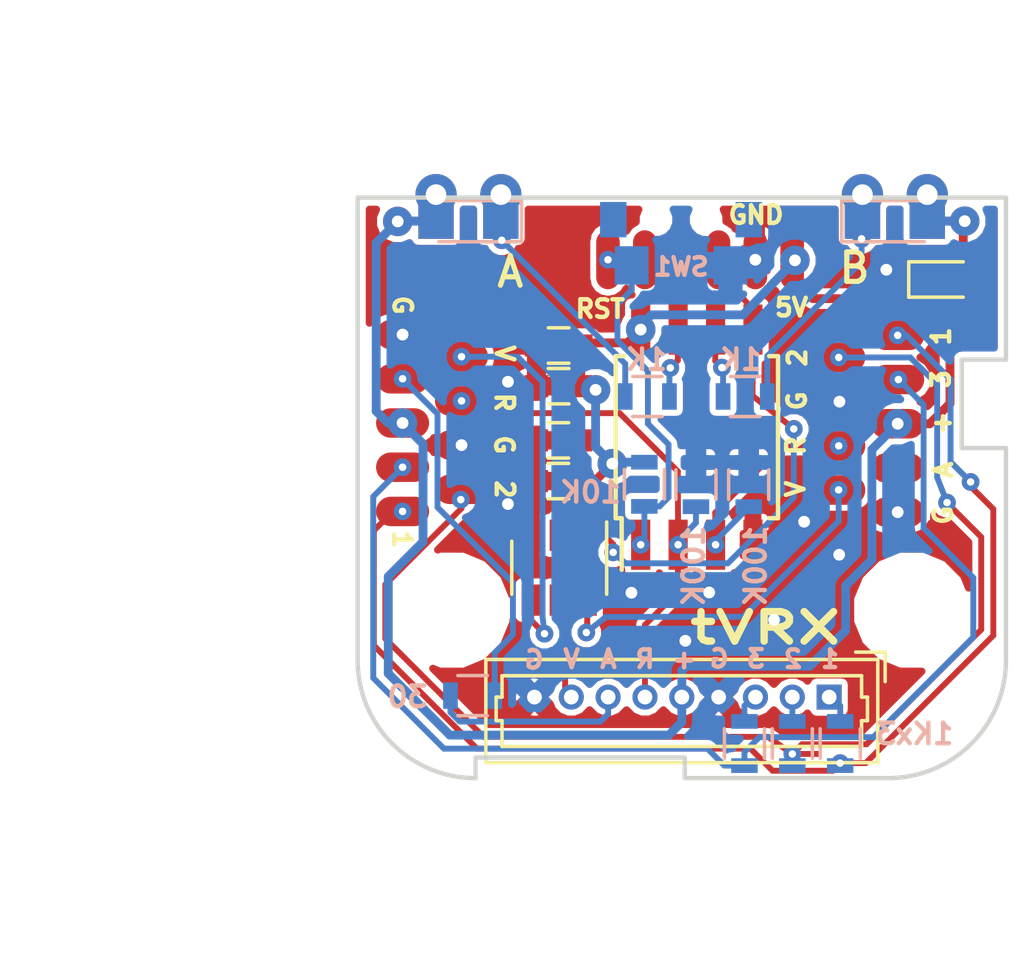
<source format=kicad_pcb>
(kicad_pcb (version 4) (host pcbnew 4.0.7)

  (general
    (links 66)
    (no_connects 0)
    (area 128.724999 91.974999 150.875001 111.825001)
    (thickness 0.8)
    (drawings 55)
    (tracks 320)
    (zones 0)
    (modules 31)
    (nets 24)
  )

  (page A4)
  (layers
    (0 F.Cu signal)
    (31 B.Cu signal)
    (32 B.Adhes user)
    (33 F.Adhes user)
    (34 B.Paste user)
    (35 F.Paste user)
    (36 B.SilkS user)
    (37 F.SilkS user)
    (38 B.Mask user)
    (39 F.Mask user)
    (40 Dwgs.User user)
    (41 Cmts.User user)
    (42 Eco1.User user)
    (43 Eco2.User user)
    (44 Edge.Cuts user)
    (45 Margin user)
    (46 B.CrtYd user)
    (47 F.CrtYd user)
    (48 B.Fab user)
    (49 F.Fab user)
  )

  (setup
    (last_trace_width 0.2)
    (user_trace_width 0.3)
    (trace_clearance 0.1524)
    (zone_clearance 0.2)
    (zone_45_only no)
    (trace_min 0.1524)
    (segment_width 0.2)
    (edge_width 0.15)
    (via_size 0.6)
    (via_drill 0.254)
    (via_min_size 0.4)
    (via_min_drill 0.254)
    (uvia_size 0.3)
    (uvia_drill 0.1)
    (uvias_allowed no)
    (uvia_min_size 0.2)
    (uvia_min_drill 0.1)
    (pcb_text_width 0.3)
    (pcb_text_size 1.5 1.5)
    (mod_edge_width 0.15)
    (mod_text_size 1 1)
    (mod_text_width 0.15)
    (pad_size 2.5 2.5)
    (pad_drill 2.5)
    (pad_to_mask_clearance 0.06)
    (aux_axis_origin 128.8 92.05)
    (grid_origin 128.8 92.05)
    (visible_elements 7FFFFF7F)
    (pcbplotparams
      (layerselection 0x00000_00000001)
      (usegerberextensions false)
      (excludeedgelayer false)
      (linewidth 0.100000)
      (plotframeref false)
      (viasonmask true)
      (mode 1)
      (useauxorigin false)
      (hpglpennumber 1)
      (hpglpenspeed 20)
      (hpglpendiameter 15)
      (hpglpenoverlay 2)
      (psnegative false)
      (psa4output false)
      (plotreference false)
      (plotvalue false)
      (plotinvisibletext false)
      (padsonsilk false)
      (subtractmaskfromsilk false)
      (outputformat 4)
      (mirror false)
      (drillshape 1)
      (scaleselection 1)
      (outputdirectory C:/src/Temp/git/TinyDivercityRX5808/KiCad/))
  )

  (net 0 "")
  (net 1 GND)
  (net 2 /PROG_PWR)
  (net 3 VCC)
  (net 4 "Net-(D1-Pad1)")
  (net 5 "Net-(D2-Pad1)")
  (net 6 "Net-(J1-Pad1)")
  (net 7 "Net-(J1-Pad2)")
  (net 8 "Net-(J1-Pad3)")
  (net 9 /RSSI_A)
  (net 10 /AUD_IN)
  (net 11 /VideoOut)
  (net 12 "Net-(J2-Pad1)")
  (net 13 "Net-(J2-Pad2)")
  (net 14 "Net-(J2-Pad3)")
  (net 15 /AUD_OUT)
  (net 16 /VideoA)
  (net 17 /RSSI_B)
  (net 18 "Net-(J3-Pad7)")
  (net 19 /VideoB)
  (net 20 /MISO)
  (net 21 /SCK)
  (net 22 /MOSI)
  (net 23 /RST)

  (net_class Default "This is the default net class."
    (clearance 0.1524)
    (trace_width 0.2)
    (via_dia 0.6)
    (via_drill 0.254)
    (uvia_dia 0.3)
    (uvia_drill 0.1)
    (add_net /AUD_IN)
    (add_net /AUD_OUT)
    (add_net /MISO)
    (add_net /MOSI)
    (add_net /RSSI_A)
    (add_net /RSSI_B)
    (add_net /RST)
    (add_net /SCK)
    (add_net /VideoA)
    (add_net /VideoB)
    (add_net /VideoOut)
    (add_net "Net-(D1-Pad1)")
    (add_net "Net-(D2-Pad1)")
    (add_net "Net-(J1-Pad1)")
    (add_net "Net-(J1-Pad2)")
    (add_net "Net-(J1-Pad3)")
    (add_net "Net-(J2-Pad1)")
    (add_net "Net-(J2-Pad2)")
    (add_net "Net-(J2-Pad3)")
    (add_net "Net-(J3-Pad7)")
  )

  (net_class GND ""
    (clearance 0.2)
    (trace_width 0.3)
    (via_dia 1)
    (via_drill 0.4)
    (uvia_dia 0.3)
    (uvia_drill 0.1)
    (add_net GND)
  )

  (net_class VCC ""
    (clearance 0.1524)
    (trace_width 0.3)
    (via_dia 1)
    (via_drill 0.4)
    (uvia_dia 0.3)
    (uvia_drill 0.1)
    (add_net /PROG_PWR)
    (add_net VCC)
  )

  (module Mounting_Holes:MountingHole_2.5mm (layer F.Cu) (tedit 5A3B72BF) (tstamp 5A3A8754)
    (at 148.3 106.05)
    (descr "Mounting Hole 2.5mm, no annular")
    (tags "mounting hole 2.5mm no annular")
    (clearance 0.7)
    (attr virtual)
    (fp_text reference REF** (at 0 -3.5) (layer F.SilkS) hide
      (effects (font (size 1 1) (thickness 0.15)))
    )
    (fp_text value MountingHole_2.5mm (at 0 3.5) (layer F.Fab) hide
      (effects (font (size 1 1) (thickness 0.15)))
    )
    (pad "" np_thru_hole circle (at -0.7 0) (size 2.5 2.5) (drill 2.5) (layers *.Cu *.Mask))
  )

  (module Mounting_Holes:MountingHole_2.5mm (layer F.Cu) (tedit 5A3A848B) (tstamp 5A3A86F3)
    (at 132 106.05)
    (descr "Mounting Hole 2.5mm, no annular")
    (tags "mounting hole 2.5mm no annular")
    (clearance 0.7)
    (attr virtual)
    (fp_text reference REF** (at 0 -3.5) (layer F.SilkS) hide
      (effects (font (size 1 1) (thickness 0.15)))
    )
    (fp_text value MountingHole_2.5mm (at 0 3.5) (layer F.Fab) hide
      (effects (font (size 1 1) (thickness 0.15)))
    )
    (pad 1 np_thru_hole circle (at 0 0) (size 2.5 2.5) (drill 2.5) (layers *.Cu *.Mask))
  )

  (module Connectors:Pin_d0.7mm_L6.5mm_W1.8mm_FlatFork (layer F.Cu) (tedit 5A3A7355) (tstamp 5A3A741E)
    (at 131.46 91.84)
    (descr "solder Pin_ with flat fork, hole diameter 0.7mm, length 6.5mm, width 1.8mm")
    (tags "solder Pin_ with flat fork")
    (fp_text reference REF** (at 0 1.8) (layer F.SilkS) hide
      (effects (font (size 1 1) (thickness 0.15)))
    )
    (fp_text value SolderWirePad_single_0-8mmDrill (at 0 -1.8) (layer F.Fab) hide
      (effects (font (size 1 1) (thickness 0.15)))
    )
    (pad 1 thru_hole circle (at 0 0.11) (size 1.4 1.4) (drill 0.7) (layers *.Cu *.Mask)
      (net 3 VCC))
    (model ${KISYS3DMOD}/Connectors.3dshapes/Pin_d0.7mm_L6.5mm_W1.8mm_FlatFork.wrl
      (at (xyz 0 0 0))
      (scale (xyz 1 1 1))
      (rotate (xyz 0 0 0))
    )
  )

  (module Connectors:Pin_d0.7mm_L6.5mm_W1.8mm_FlatFork (layer F.Cu) (tedit 5A3A7574) (tstamp 5A3A7414)
    (at 133.66 91.95)
    (descr "solder Pin_ with flat fork, hole diameter 0.7mm, length 6.5mm, width 1.8mm")
    (tags "solder Pin_ with flat fork")
    (fp_text reference REF** (at 0 1.8) (layer F.SilkS) hide
      (effects (font (size 1 1) (thickness 0.15)))
    )
    (fp_text value SolderWirePad_single_0-8mmDrill (at 0 -1.8) (layer F.Fab) hide
      (effects (font (size 1 1) (thickness 0.15)))
    )
    (pad 1 thru_hole circle (at 0 0) (size 1.4 1.4) (drill 0.7) (layers *.Cu *.Mask)
      (net 4 "Net-(D1-Pad1)"))
    (model ${KISYS3DMOD}/Connectors.3dshapes/Pin_d0.7mm_L6.5mm_W1.8mm_FlatFork.wrl
      (at (xyz 0 0 0))
      (scale (xyz 1 1 1))
      (rotate (xyz 0 0 0))
    )
  )

  (module Connectors:Pin_d0.7mm_L6.5mm_W1.8mm_FlatFork (layer F.Cu) (tedit 5A3A7501) (tstamp 5A3A73D0)
    (at 145.93 91.95)
    (descr "solder Pin_ with flat fork, hole diameter 0.7mm, length 6.5mm, width 1.8mm")
    (tags "solder Pin_ with flat fork")
    (fp_text reference REF** (at 0 1.8) (layer F.SilkS) hide
      (effects (font (size 1 1) (thickness 0.15)))
    )
    (fp_text value SolderWirePad_single_0-8mmDrill (at 0 -1.8) (layer F.Fab) hide
      (effects (font (size 1 1) (thickness 0.15)))
    )
    (pad 1 thru_hole circle (at 0 0) (size 1.4 1.4) (drill 0.7) (layers *.Cu *.Mask)
      (net 5 "Net-(D2-Pad1)"))
    (model ${KISYS3DMOD}/Connectors.3dshapes/Pin_d0.7mm_L6.5mm_W1.8mm_FlatFork.wrl
      (at (xyz 0 0 0))
      (scale (xyz 1 1 1))
      (rotate (xyz 0 0 0))
    )
  )

  (module Connectors:Pin_d0.7mm_L6.5mm_W1.8mm_FlatFork (layer F.Cu) (tedit 5A3A7361) (tstamp 5A3A72BA)
    (at 148.13 91.95)
    (descr "solder Pin_ with flat fork, hole diameter 0.7mm, length 6.5mm, width 1.8mm")
    (tags "solder Pin_ with flat fork")
    (fp_text reference REF** (at 0 1.8) (layer F.SilkS) hide
      (effects (font (size 1 1) (thickness 0.15)))
    )
    (fp_text value SolderWirePad_single_0-8mmDrill (at 0 -1.8) (layer F.Fab) hide
      (effects (font (size 1 1) (thickness 0.15)))
    )
    (pad 1 thru_hole circle (at 0 0) (size 1.4 1.4) (drill 0.7) (layers *.Cu *.Mask)
      (net 3 VCC))
    (model ${KISYS3DMOD}/Connectors.3dshapes/Pin_d0.7mm_L6.5mm_W1.8mm_FlatFork.wrl
      (at (xyz 0 0 0))
      (scale (xyz 1 1 1))
      (rotate (xyz 0 0 0))
    )
  )

  (module LEDs:LED_0805 (layer F.Cu) (tedit 5A3A5749) (tstamp 5A3A6F91)
    (at 147.03 92.85)
    (descr "LED 0805 smd package")
    (tags "LED led 0805 SMD smd SMT smt smdled SMDLED smtled SMTLED")
    (path /5A0DD3D8)
    (attr smd)
    (fp_text reference D2 (at 0 -1.45) (layer F.SilkS) hide
      (effects (font (size 1 1) (thickness 0.15)))
    )
    (fp_text value LED (at 0 1.55) (layer F.Fab) hide
      (effects (font (size 1 1) (thickness 0.15)))
    )
    (fp_line (start -1.8 -0.7) (end -1.8 0.7) (layer F.SilkS) (width 0.12))
    (fp_line (start -0.4 -0.4) (end -0.4 0.4) (layer F.Fab) (width 0.1))
    (fp_line (start -0.4 0) (end 0.2 -0.4) (layer F.Fab) (width 0.1))
    (fp_line (start 0.2 0.4) (end -0.4 0) (layer F.Fab) (width 0.1))
    (fp_line (start 0.2 -0.4) (end 0.2 0.4) (layer F.Fab) (width 0.1))
    (fp_line (start 1 0.6) (end -1 0.6) (layer F.Fab) (width 0.1))
    (fp_line (start 1 -0.6) (end 1 0.6) (layer F.Fab) (width 0.1))
    (fp_line (start -1 -0.6) (end 1 -0.6) (layer F.Fab) (width 0.1))
    (fp_line (start -1 0.6) (end -1 -0.6) (layer F.Fab) (width 0.1))
    (fp_line (start -1.8 0.7) (end 1 0.7) (layer F.SilkS) (width 0.12))
    (fp_line (start -1.8 -0.7) (end 1 -0.7) (layer F.SilkS) (width 0.12))
    (fp_line (start 1.95 -0.85) (end 1.95 0.85) (layer F.CrtYd) (width 0.05))
    (fp_line (start 1.95 0.85) (end -1.95 0.85) (layer F.CrtYd) (width 0.05))
    (fp_line (start -1.95 0.85) (end -1.95 -0.85) (layer F.CrtYd) (width 0.05))
    (fp_line (start -1.95 -0.85) (end 1.95 -0.85) (layer F.CrtYd) (width 0.05))
    (fp_text user %R (at 0 -1.25) (layer F.Fab) hide
      (effects (font (size 0.4 0.4) (thickness 0.1)))
    )
    (pad 2 smd rect (at 1.1 0 180) (size 1.2 1.2) (layers F.Cu F.Paste F.Mask)
      (net 3 VCC))
    (pad 1 smd rect (at -1.1 0 180) (size 1.2 1.2) (layers F.Cu F.Paste F.Mask)
      (net 5 "Net-(D2-Pad1)"))
    (model ${KISYS3DMOD}/LEDs.3dshapes/LED_0805.wrl
      (at (xyz 0 0 0))
      (scale (xyz 1 1 1))
      (rotate (xyz 0 0 180))
    )
  )

  (module LEDs:LED_0805 (layer F.Cu) (tedit 5A3A57BB) (tstamp 5A3A6F1A)
    (at 132.56 92.85 180)
    (descr "LED 0805 smd package")
    (tags "LED led 0805 SMD smd SMT smt smdled SMDLED smtled SMTLED")
    (path /5A0C6D4C)
    (attr smd)
    (fp_text reference D1 (at 0 -1.45 180) (layer F.SilkS) hide
      (effects (font (size 1 1) (thickness 0.15)))
    )
    (fp_text value LED (at 0 1.55 180) (layer F.Fab) hide
      (effects (font (size 1 1) (thickness 0.15)))
    )
    (fp_line (start -1.8 -0.7) (end -1.8 0.7) (layer F.SilkS) (width 0.12))
    (fp_line (start -0.4 -0.4) (end -0.4 0.4) (layer F.Fab) (width 0.1))
    (fp_line (start -0.4 0) (end 0.2 -0.4) (layer F.Fab) (width 0.1))
    (fp_line (start 0.2 0.4) (end -0.4 0) (layer F.Fab) (width 0.1))
    (fp_line (start 0.2 -0.4) (end 0.2 0.4) (layer F.Fab) (width 0.1))
    (fp_line (start 1 0.6) (end -1 0.6) (layer F.Fab) (width 0.1))
    (fp_line (start 1 -0.6) (end 1 0.6) (layer F.Fab) (width 0.1))
    (fp_line (start -1 -0.6) (end 1 -0.6) (layer F.Fab) (width 0.1))
    (fp_line (start -1 0.6) (end -1 -0.6) (layer F.Fab) (width 0.1))
    (fp_line (start -1.8 0.7) (end 1 0.7) (layer F.SilkS) (width 0.12))
    (fp_line (start -1.8 -0.7) (end 1 -0.7) (layer F.SilkS) (width 0.12))
    (fp_line (start 1.95 -0.85) (end 1.95 0.85) (layer F.CrtYd) (width 0.05))
    (fp_line (start 1.95 0.85) (end -1.95 0.85) (layer F.CrtYd) (width 0.05))
    (fp_line (start -1.95 0.85) (end -1.95 -0.85) (layer F.CrtYd) (width 0.05))
    (fp_line (start -1.95 -0.85) (end 1.95 -0.85) (layer F.CrtYd) (width 0.05))
    (fp_text user %R (at 0 -1.25 180) (layer F.Fab) hide
      (effects (font (size 0.4 0.4) (thickness 0.1)))
    )
    (pad 2 smd rect (at 1.1 0) (size 1.2 1.2) (layers F.Cu F.Paste F.Mask)
      (net 3 VCC))
    (pad 1 smd rect (at -1.1 0) (size 1.2 1.2) (layers F.Cu F.Paste F.Mask)
      (net 4 "Net-(D1-Pad1)"))
    (model ${KISYS3DMOD}/LEDs.3dshapes/LED_0805.wrl
      (at (xyz 0 0 0))
      (scale (xyz 1 1 1))
      (rotate (xyz 0 0 180))
    )
  )

  (module Connectors_Molex:Molex_PicoBlade_53047-0910_09x1.25mm_Straight (layer F.Cu) (tedit 5A3A354A) (tstamp 5A38F9CF)
    (at 144.8 109 180)
    (descr "Molex PicoBlade, single row, top entry type, through hole, PN:53047-0910")
    (tags "connector molex picoblade")
    (path /5A0D69FF)
    (fp_text reference J1 (at 5 2.5 180) (layer F.SilkS) hide
      (effects (font (size 1 1) (thickness 0.15)))
    )
    (fp_text value Googles (at 4.95 -4.325 180) (layer F.Fab)
      (effects (font (size 1 1) (thickness 0.15)))
    )
    (fp_line (start -2 -2.55) (end -2 1.6) (layer F.CrtYd) (width 0.05))
    (fp_line (start -2 1.6) (end 12 1.6) (layer F.CrtYd) (width 0.05))
    (fp_line (start 12 1.6) (end 12 -2.55) (layer F.CrtYd) (width 0.05))
    (fp_line (start 12 -2.55) (end -2 -2.55) (layer F.CrtYd) (width 0.05))
    (fp_line (start -1.5 -2.075) (end -1.5 1.125) (layer F.Fab) (width 0.1))
    (fp_line (start -1.5 1.125) (end 11.5 1.125) (layer F.Fab) (width 0.1))
    (fp_line (start 11.5 1.125) (end 11.5 -2.075) (layer F.Fab) (width 0.1))
    (fp_line (start 11.5 -2.075) (end -1.5 -2.075) (layer F.Fab) (width 0.1))
    (fp_line (start -1.65 -2.225) (end -1.65 1.275) (layer F.SilkS) (width 0.12))
    (fp_line (start -1.65 1.275) (end 11.65 1.275) (layer F.SilkS) (width 0.12))
    (fp_line (start 11.65 1.275) (end 11.65 -2.225) (layer F.SilkS) (width 0.12))
    (fp_line (start 11.65 -2.225) (end -1.65 -2.225) (layer F.SilkS) (width 0.12))
    (fp_line (start 5 0.725) (end -1.1 0.725) (layer F.SilkS) (width 0.12))
    (fp_line (start -1.1 0.725) (end -1.1 0) (layer F.SilkS) (width 0.12))
    (fp_line (start -1.1 0) (end -1.3 0) (layer F.SilkS) (width 0.12))
    (fp_line (start -1.3 0) (end -1.3 -0.8) (layer F.SilkS) (width 0.12))
    (fp_line (start -1.3 -0.8) (end -1.1 -0.8) (layer F.SilkS) (width 0.12))
    (fp_line (start -1.1 -0.8) (end -1.1 -1.675) (layer F.SilkS) (width 0.12))
    (fp_line (start -1.1 -1.675) (end 5 -1.675) (layer F.SilkS) (width 0.12))
    (fp_line (start 5 0.725) (end 11.1 0.725) (layer F.SilkS) (width 0.12))
    (fp_line (start 11.1 0.725) (end 11.1 0) (layer F.SilkS) (width 0.12))
    (fp_line (start 11.1 0) (end 11.3 0) (layer F.SilkS) (width 0.12))
    (fp_line (start 11.3 0) (end 11.3 -0.8) (layer F.SilkS) (width 0.12))
    (fp_line (start 11.3 -0.8) (end 11.1 -0.8) (layer F.SilkS) (width 0.12))
    (fp_line (start 11.1 -0.8) (end 11.1 -1.675) (layer F.SilkS) (width 0.12))
    (fp_line (start 11.1 -1.675) (end 5 -1.675) (layer F.SilkS) (width 0.12))
    (fp_line (start -1.9 1.525) (end -1.9 0.525) (layer F.SilkS) (width 0.12))
    (fp_line (start -1.9 1.525) (end -0.9 1.525) (layer F.SilkS) (width 0.12))
    (fp_text user %R (at 5 -1.25 180) (layer F.Fab)
      (effects (font (size 1 1) (thickness 0.15)))
    )
    (pad 1 thru_hole rect (at 0 0 180) (size 0.85 0.85) (drill 0.5) (layers *.Cu *.Mask)
      (net 6 "Net-(J1-Pad1)"))
    (pad 2 thru_hole circle (at 1.25 0 180) (size 0.85 0.85) (drill 0.5) (layers *.Cu *.Mask)
      (net 7 "Net-(J1-Pad2)"))
    (pad 3 thru_hole circle (at 2.5 0 180) (size 0.85 0.85) (drill 0.5) (layers *.Cu *.Mask)
      (net 8 "Net-(J1-Pad3)"))
    (pad 4 thru_hole circle (at 3.75 0 180) (size 0.85 0.85) (drill 0.5) (layers *.Cu *.Mask)
      (net 1 GND))
    (pad 5 thru_hole circle (at 5 0 180) (size 0.85 0.85) (drill 0.5) (layers *.Cu *.Mask)
      (net 3 VCC))
    (pad 6 thru_hole circle (at 6.25 0 180) (size 0.85 0.85) (drill 0.5) (layers *.Cu *.Mask)
      (net 9 /RSSI_A))
    (pad 7 thru_hole circle (at 7.5 0 180) (size 0.85 0.85) (drill 0.5) (layers *.Cu *.Mask)
      (net 10 /AUD_IN))
    (pad 8 thru_hole circle (at 8.75 0 180) (size 0.85 0.85) (drill 0.5) (layers *.Cu *.Mask)
      (net 11 /VideoOut))
    (pad 9 thru_hole circle (at 10 0 180) (size 0.85 0.85) (drill 0.5) (layers *.Cu *.Mask)
      (net 1 GND))
    (model Connectors_Molex.3dshapes/Molex_PicoBlade_53047-0910.wrl
      (at (xyz 0.2 0 0))
      (scale (xyz 1 1 1))
      (rotate (xyz 0 0 180))
    )
  )

  (module Capacitors_SMD:C_0603 (layer F.Cu) (tedit 5A393691) (tstamp 5A38F92E)
    (at 135.61 101.67 180)
    (descr "Capacitor SMD 0603, reflow soldering, AVX (see smccp.pdf)")
    (tags "capacitor 0603")
    (path /5A0C6518)
    (attr smd)
    (fp_text reference C1 (at 0 -1.5 180) (layer F.SilkS) hide
      (effects (font (size 1 1) (thickness 0.15)))
    )
    (fp_text value 100n (at 0 1.5 180) (layer F.Fab) hide
      (effects (font (size 1 1) (thickness 0.15)))
    )
    (fp_line (start 1.4 0.65) (end -1.4 0.65) (layer F.CrtYd) (width 0.05))
    (fp_line (start 1.4 0.65) (end 1.4 -0.65) (layer F.CrtYd) (width 0.05))
    (fp_line (start -1.4 -0.65) (end -1.4 0.65) (layer F.CrtYd) (width 0.05))
    (fp_line (start -1.4 -0.65) (end 1.4 -0.65) (layer F.CrtYd) (width 0.05))
    (fp_line (start 0.35 0.6) (end -0.35 0.6) (layer F.SilkS) (width 0.12))
    (fp_line (start -0.35 -0.6) (end 0.35 -0.6) (layer F.SilkS) (width 0.12))
    (fp_line (start -0.8 -0.4) (end 0.8 -0.4) (layer F.Fab) (width 0.1))
    (fp_line (start 0.8 -0.4) (end 0.8 0.4) (layer F.Fab) (width 0.1))
    (fp_line (start 0.8 0.4) (end -0.8 0.4) (layer F.Fab) (width 0.1))
    (fp_line (start -0.8 0.4) (end -0.8 -0.4) (layer F.Fab) (width 0.1))
    (fp_text user %R (at 0 0 180) (layer F.Fab)
      (effects (font (size 0.3 0.3) (thickness 0.075)))
    )
    (pad 2 smd rect (at 0.75 0 180) (size 0.8 0.75) (layers F.Cu F.Paste F.Mask)
      (net 1 GND))
    (pad 1 smd rect (at -0.75 0 180) (size 0.8 0.75) (layers F.Cu F.Paste F.Mask)
      (net 2 /PROG_PWR))
    (model Capacitors_SMD.3dshapes/C_0603.wrl
      (at (xyz 0 0 0))
      (scale (xyz 1 1 1))
      (rotate (xyz 0 0 0))
    )
  )

  (module Capacitors_SMD:C_0603 (layer F.Cu) (tedit 5A393695) (tstamp 5A38F93F)
    (at 135.61 100.29 180)
    (descr "Capacitor SMD 0603, reflow soldering, AVX (see smccp.pdf)")
    (tags "capacitor 0603")
    (path /5A0C641B)
    (attr smd)
    (fp_text reference C2 (at 0 -1.5 180) (layer F.SilkS) hide
      (effects (font (size 1 1) (thickness 0.15)))
    )
    (fp_text value 10n (at 0 1.5 180) (layer F.Fab) hide
      (effects (font (size 1 1) (thickness 0.15)))
    )
    (fp_line (start 1.4 0.65) (end -1.4 0.65) (layer F.CrtYd) (width 0.05))
    (fp_line (start 1.4 0.65) (end 1.4 -0.65) (layer F.CrtYd) (width 0.05))
    (fp_line (start -1.4 -0.65) (end -1.4 0.65) (layer F.CrtYd) (width 0.05))
    (fp_line (start -1.4 -0.65) (end 1.4 -0.65) (layer F.CrtYd) (width 0.05))
    (fp_line (start 0.35 0.6) (end -0.35 0.6) (layer F.SilkS) (width 0.12))
    (fp_line (start -0.35 -0.6) (end 0.35 -0.6) (layer F.SilkS) (width 0.12))
    (fp_line (start -0.8 -0.4) (end 0.8 -0.4) (layer F.Fab) (width 0.1))
    (fp_line (start 0.8 -0.4) (end 0.8 0.4) (layer F.Fab) (width 0.1))
    (fp_line (start 0.8 0.4) (end -0.8 0.4) (layer F.Fab) (width 0.1))
    (fp_line (start -0.8 0.4) (end -0.8 -0.4) (layer F.Fab) (width 0.1))
    (fp_text user %R (at 0 0 180) (layer F.Fab)
      (effects (font (size 0.3 0.3) (thickness 0.075)))
    )
    (pad 2 smd rect (at 0.75 0 180) (size 0.8 0.75) (layers F.Cu F.Paste F.Mask)
      (net 1 GND))
    (pad 1 smd rect (at -0.75 0 180) (size 0.8 0.75) (layers F.Cu F.Paste F.Mask)
      (net 2 /PROG_PWR))
    (model Capacitors_SMD.3dshapes/C_0603.wrl
      (at (xyz 0 0 0))
      (scale (xyz 1 1 1))
      (rotate (xyz 0 0 0))
    )
  )

  (module Capacitors_SMD:C_0603 (layer F.Cu) (tedit 5A393669) (tstamp 5A38F950)
    (at 135.62 97.07)
    (descr "Capacitor SMD 0603, reflow soldering, AVX (see smccp.pdf)")
    (tags "capacitor 0603")
    (path /5A0C6561)
    (attr smd)
    (fp_text reference C3 (at 0 -1.5) (layer F.SilkS) hide
      (effects (font (size 1 1) (thickness 0.15)))
    )
    (fp_text value 100n (at 0 1.5) (layer F.Fab) hide
      (effects (font (size 1 1) (thickness 0.15)))
    )
    (fp_line (start 1.4 0.65) (end -1.4 0.65) (layer F.CrtYd) (width 0.05))
    (fp_line (start 1.4 0.65) (end 1.4 -0.65) (layer F.CrtYd) (width 0.05))
    (fp_line (start -1.4 -0.65) (end -1.4 0.65) (layer F.CrtYd) (width 0.05))
    (fp_line (start -1.4 -0.65) (end 1.4 -0.65) (layer F.CrtYd) (width 0.05))
    (fp_line (start 0.35 0.6) (end -0.35 0.6) (layer F.SilkS) (width 0.12))
    (fp_line (start -0.35 -0.6) (end 0.35 -0.6) (layer F.SilkS) (width 0.12))
    (fp_line (start -0.8 -0.4) (end 0.8 -0.4) (layer F.Fab) (width 0.1))
    (fp_line (start 0.8 -0.4) (end 0.8 0.4) (layer F.Fab) (width 0.1))
    (fp_line (start 0.8 0.4) (end -0.8 0.4) (layer F.Fab) (width 0.1))
    (fp_line (start -0.8 0.4) (end -0.8 -0.4) (layer F.Fab) (width 0.1))
    (fp_text user %R (at 0 0) (layer F.Fab)
      (effects (font (size 0.3 0.3) (thickness 0.075)))
    )
    (pad 2 smd rect (at 0.75 0) (size 0.8 0.75) (layers F.Cu F.Paste F.Mask)
      (net 2 /PROG_PWR))
    (pad 1 smd rect (at -0.75 0) (size 0.8 0.75) (layers F.Cu F.Paste F.Mask)
      (net 1 GND))
    (model Capacitors_SMD.3dshapes/C_0603.wrl
      (at (xyz 0 0 0))
      (scale (xyz 1 1 1))
      (rotate (xyz 0 0 0))
    )
  )

  (module Capacitors_SMD:C_0603 (layer F.Cu) (tedit 5A393663) (tstamp 5A38F961)
    (at 135.62 98.45)
    (descr "Capacitor SMD 0603, reflow soldering, AVX (see smccp.pdf)")
    (tags "capacitor 0603")
    (path /5A0C6633)
    (attr smd)
    (fp_text reference C4 (at 0 -1.5) (layer F.SilkS) hide
      (effects (font (size 1 1) (thickness 0.15)))
    )
    (fp_text value 10uf (at 0 1.5) (layer F.Fab) hide
      (effects (font (size 1 1) (thickness 0.15)))
    )
    (fp_line (start 1.4 0.65) (end -1.4 0.65) (layer F.CrtYd) (width 0.05))
    (fp_line (start 1.4 0.65) (end 1.4 -0.65) (layer F.CrtYd) (width 0.05))
    (fp_line (start -1.4 -0.65) (end -1.4 0.65) (layer F.CrtYd) (width 0.05))
    (fp_line (start -1.4 -0.65) (end 1.4 -0.65) (layer F.CrtYd) (width 0.05))
    (fp_line (start 0.35 0.6) (end -0.35 0.6) (layer F.SilkS) (width 0.12))
    (fp_line (start -0.35 -0.6) (end 0.35 -0.6) (layer F.SilkS) (width 0.12))
    (fp_line (start -0.8 -0.4) (end 0.8 -0.4) (layer F.Fab) (width 0.1))
    (fp_line (start 0.8 -0.4) (end 0.8 0.4) (layer F.Fab) (width 0.1))
    (fp_line (start 0.8 0.4) (end -0.8 0.4) (layer F.Fab) (width 0.1))
    (fp_line (start -0.8 0.4) (end -0.8 -0.4) (layer F.Fab) (width 0.1))
    (fp_text user %R (at 0 0) (layer F.Fab)
      (effects (font (size 0.3 0.3) (thickness 0.075)))
    )
    (pad 2 smd rect (at 0.75 0) (size 0.8 0.75) (layers F.Cu F.Paste F.Mask)
      (net 2 /PROG_PWR))
    (pad 1 smd rect (at -0.75 0) (size 0.8 0.75) (layers F.Cu F.Paste F.Mask)
      (net 1 GND))
    (model Capacitors_SMD.3dshapes/C_0603.wrl
      (at (xyz 0 0 0))
      (scale (xyz 1 1 1))
      (rotate (xyz 0 0 0))
    )
  )

  (module Diodes_SMD:D_SOD-523 (layer F.Cu) (tedit 5A39342F) (tstamp 5A38F9A5)
    (at 148.65 94.83)
    (descr "http://www.diodes.com/datasheets/ap02001.pdf p.144")
    (tags "Diode SOD523")
    (path /5A26639F)
    (attr smd)
    (fp_text reference D3 (at 0 -1.3) (layer F.SilkS) hide
      (effects (font (size 1 1) (thickness 0.15)))
    )
    (fp_text value D_Schottky (at 0 1.4) (layer F.Fab) hide
      (effects (font (size 1 1) (thickness 0.15)))
    )
    (fp_text user %R (at 0 -1.3) (layer F.Fab) hide
      (effects (font (size 1 1) (thickness 0.15)))
    )
    (fp_line (start -1.15 -0.6) (end -1.15 0.6) (layer F.SilkS) (width 0.12))
    (fp_line (start 1.25 -0.7) (end 1.25 0.7) (layer F.CrtYd) (width 0.05))
    (fp_line (start -1.25 -0.7) (end 1.25 -0.7) (layer F.CrtYd) (width 0.05))
    (fp_line (start -1.25 0.7) (end -1.25 -0.7) (layer F.CrtYd) (width 0.05))
    (fp_line (start 1.25 0.7) (end -1.25 0.7) (layer F.CrtYd) (width 0.05))
    (fp_line (start 0.1 0) (end 0.25 0) (layer F.Fab) (width 0.1))
    (fp_line (start 0.1 -0.2) (end -0.2 0) (layer F.Fab) (width 0.1))
    (fp_line (start 0.1 0.2) (end 0.1 -0.2) (layer F.Fab) (width 0.1))
    (fp_line (start -0.2 0) (end 0.1 0.2) (layer F.Fab) (width 0.1))
    (fp_line (start -0.2 0) (end -0.35 0) (layer F.Fab) (width 0.1))
    (fp_line (start -0.2 0.2) (end -0.2 -0.2) (layer F.Fab) (width 0.1))
    (fp_line (start 0.65 -0.45) (end 0.65 0.45) (layer F.Fab) (width 0.1))
    (fp_line (start -0.65 -0.45) (end 0.65 -0.45) (layer F.Fab) (width 0.1))
    (fp_line (start -0.65 0.45) (end -0.65 -0.45) (layer F.Fab) (width 0.1))
    (fp_line (start 0.65 0.45) (end -0.65 0.45) (layer F.Fab) (width 0.1))
    (fp_line (start 0.7 -0.6) (end -1.15 -0.6) (layer F.SilkS) (width 0.12))
    (fp_line (start 0.7 0.6) (end -1.15 0.6) (layer F.SilkS) (width 0.12))
    (pad 2 smd rect (at 0.7 0 180) (size 0.6 0.7) (layers F.Cu F.Paste F.Mask)
      (net 3 VCC))
    (pad 1 smd rect (at -0.7 0 180) (size 0.6 0.7) (layers F.Cu F.Paste F.Mask)
      (net 2 /PROG_PWR))
    (model ${KISYS3DMOD}/Diodes_SMD.3dshapes/D_SOD-523.wrl
      (at (xyz 0 0 0))
      (scale (xyz 1 1 1))
      (rotate (xyz 0 0 0))
    )
  )

  (module KiCadCustomLibs:Pads_prog_6pin1.25mm (layer F.Cu) (tedit 5A393015) (tstamp 5A38FA39)
    (at 140.42 94.16 180)
    (path /5A3920B9)
    (fp_text reference J4 (at 0.5 2 180) (layer F.SilkS) hide
      (effects (font (size 1 1) (thickness 0.15)))
    )
    (fp_text value Conn_01x06 (at 0 -2.25 180) (layer F.Fab) hide
      (effects (font (size 1 1) (thickness 0.15)))
    )
    (pad 6 smd oval (at 3.125 0 180) (size 0.8 2) (layers F.Cu F.Paste F.Mask)
      (net 23 /RST))
    (pad 1 smd oval (at -3.125 0 180) (size 0.8 2) (layers F.Cu F.Paste F.Mask)
      (net 2 /PROG_PWR))
    (pad 5 smd oval (at 1.875 0 180) (size 0.8 2) (layers F.Cu F.Paste F.Mask)
      (net 21 /SCK))
    (pad 2 smd oval (at -1.875 0 180) (size 0.8 2) (layers F.Cu F.Paste F.Mask)
      (net 1 GND))
    (pad 3 smd oval (at -0.625 0 180) (size 0.8 2) (layers F.Cu F.Paste F.Mask)
      (net 22 /MOSI))
    (pad 4 smd oval (at 0.625 0 180) (size 0.8 2) (layers F.Cu F.Paste F.Mask)
      (net 20 /MISO))
  )

  (module Resistors_SMD:R_0603 (layer B.Cu) (tedit 5A3A3385) (tstamp 5A38FA4A)
    (at 141.925 110.575 270)
    (descr "Resistor SMD 0603, reflow soldering, Vishay (see dcrcw.pdf)")
    (tags "resistor 0603")
    (path /5A0C9CF4)
    (attr smd)
    (fp_text reference R1 (at 0 1.45 270) (layer B.SilkS) hide
      (effects (font (size 1 1) (thickness 0.15)) (justify mirror))
    )
    (fp_text value 1K (at 0 -1.5 270) (layer B.Fab) hide
      (effects (font (size 1 1) (thickness 0.15)) (justify mirror))
    )
    (fp_text user %R (at 0 0 270) (layer B.Fab)
      (effects (font (size 0.4 0.4) (thickness 0.075)) (justify mirror))
    )
    (fp_line (start -0.8 -0.4) (end -0.8 0.4) (layer B.Fab) (width 0.1))
    (fp_line (start 0.8 -0.4) (end -0.8 -0.4) (layer B.Fab) (width 0.1))
    (fp_line (start 0.8 0.4) (end 0.8 -0.4) (layer B.Fab) (width 0.1))
    (fp_line (start -0.8 0.4) (end 0.8 0.4) (layer B.Fab) (width 0.1))
    (fp_line (start 0.5 -0.68) (end -0.5 -0.68) (layer B.SilkS) (width 0.12))
    (fp_line (start -0.5 0.68) (end 0.5 0.68) (layer B.SilkS) (width 0.12))
    (fp_line (start -1.25 0.7) (end 1.25 0.7) (layer B.CrtYd) (width 0.05))
    (fp_line (start -1.25 0.7) (end -1.25 -0.7) (layer B.CrtYd) (width 0.05))
    (fp_line (start 1.25 -0.7) (end 1.25 0.7) (layer B.CrtYd) (width 0.05))
    (fp_line (start 1.25 -0.7) (end -1.25 -0.7) (layer B.CrtYd) (width 0.05))
    (pad 1 smd rect (at -0.75 0 270) (size 0.5 0.9) (layers B.Cu B.Paste B.Mask)
      (net 8 "Net-(J1-Pad3)"))
    (pad 2 smd rect (at 0.75 0 270) (size 0.5 0.9) (layers B.Cu B.Paste B.Mask)
      (net 14 "Net-(J2-Pad3)"))
    (model ${KISYS3DMOD}/Resistors_SMD.3dshapes/R_0603.wrl
      (at (xyz 0 0 0))
      (scale (xyz 1 1 1))
      (rotate (xyz 0 0 0))
    )
  )

  (module Resistors_SMD:R_0603 (layer B.Cu) (tedit 5A3A3367) (tstamp 5A38FA5B)
    (at 143.55 110.575 270)
    (descr "Resistor SMD 0603, reflow soldering, Vishay (see dcrcw.pdf)")
    (tags "resistor 0603")
    (path /5A0C9E6A)
    (attr smd)
    (fp_text reference R2 (at 0 1.45 270) (layer B.SilkS) hide
      (effects (font (size 1 1) (thickness 0.15)) (justify mirror))
    )
    (fp_text value 1K (at 0 -1.5 270) (layer B.Fab) hide
      (effects (font (size 1 1) (thickness 0.15)) (justify mirror))
    )
    (fp_text user %R (at 0 0 270) (layer B.Fab)
      (effects (font (size 0.4 0.4) (thickness 0.075)) (justify mirror))
    )
    (fp_line (start -0.8 -0.4) (end -0.8 0.4) (layer B.Fab) (width 0.1))
    (fp_line (start 0.8 -0.4) (end -0.8 -0.4) (layer B.Fab) (width 0.1))
    (fp_line (start 0.8 0.4) (end 0.8 -0.4) (layer B.Fab) (width 0.1))
    (fp_line (start -0.8 0.4) (end 0.8 0.4) (layer B.Fab) (width 0.1))
    (fp_line (start 0.5 -0.68) (end -0.5 -0.68) (layer B.SilkS) (width 0.12))
    (fp_line (start -0.5 0.68) (end 0.5 0.68) (layer B.SilkS) (width 0.12))
    (fp_line (start -1.25 0.7) (end 1.25 0.7) (layer B.CrtYd) (width 0.05))
    (fp_line (start -1.25 0.7) (end -1.25 -0.7) (layer B.CrtYd) (width 0.05))
    (fp_line (start 1.25 -0.7) (end 1.25 0.7) (layer B.CrtYd) (width 0.05))
    (fp_line (start 1.25 -0.7) (end -1.25 -0.7) (layer B.CrtYd) (width 0.05))
    (pad 1 smd rect (at -0.75 0 270) (size 0.5 0.9) (layers B.Cu B.Paste B.Mask)
      (net 7 "Net-(J1-Pad2)"))
    (pad 2 smd rect (at 0.75 0 270) (size 0.5 0.9) (layers B.Cu B.Paste B.Mask)
      (net 13 "Net-(J2-Pad2)"))
    (model ${KISYS3DMOD}/Resistors_SMD.3dshapes/R_0603.wrl
      (at (xyz 0 0 0))
      (scale (xyz 1 1 1))
      (rotate (xyz 0 0 0))
    )
  )

  (module Resistors_SMD:R_0603 (layer B.Cu) (tedit 5A3A3306) (tstamp 5A38FA6C)
    (at 145.175 110.575 270)
    (descr "Resistor SMD 0603, reflow soldering, Vishay (see dcrcw.pdf)")
    (tags "resistor 0603")
    (path /5A0C9EB1)
    (attr smd)
    (fp_text reference R3 (at 0 1.45 270) (layer B.SilkS) hide
      (effects (font (size 1 1) (thickness 0.15)) (justify mirror))
    )
    (fp_text value 1K (at 0 -1.5 270) (layer B.Fab) hide
      (effects (font (size 1 1) (thickness 0.15)) (justify mirror))
    )
    (fp_text user %R (at 0 0 270) (layer B.Fab)
      (effects (font (size 0.4 0.4) (thickness 0.075)) (justify mirror))
    )
    (fp_line (start -0.8 -0.4) (end -0.8 0.4) (layer B.Fab) (width 0.1))
    (fp_line (start 0.8 -0.4) (end -0.8 -0.4) (layer B.Fab) (width 0.1))
    (fp_line (start 0.8 0.4) (end 0.8 -0.4) (layer B.Fab) (width 0.1))
    (fp_line (start -0.8 0.4) (end 0.8 0.4) (layer B.Fab) (width 0.1))
    (fp_line (start 0.5 -0.68) (end -0.5 -0.68) (layer B.SilkS) (width 0.12))
    (fp_line (start -0.5 0.68) (end 0.5 0.68) (layer B.SilkS) (width 0.12))
    (fp_line (start -1.25 0.7) (end 1.25 0.7) (layer B.CrtYd) (width 0.05))
    (fp_line (start -1.25 0.7) (end -1.25 -0.7) (layer B.CrtYd) (width 0.05))
    (fp_line (start 1.25 -0.7) (end 1.25 0.7) (layer B.CrtYd) (width 0.05))
    (fp_line (start 1.25 -0.7) (end -1.25 -0.7) (layer B.CrtYd) (width 0.05))
    (pad 1 smd rect (at -0.75 0 270) (size 0.5 0.9) (layers B.Cu B.Paste B.Mask)
      (net 6 "Net-(J1-Pad1)"))
    (pad 2 smd rect (at 0.75 0 270) (size 0.5 0.9) (layers B.Cu B.Paste B.Mask)
      (net 12 "Net-(J2-Pad1)"))
    (model ${KISYS3DMOD}/Resistors_SMD.3dshapes/R_0603.wrl
      (at (xyz 0 0 0))
      (scale (xyz 1 1 1))
      (rotate (xyz 0 0 0))
    )
  )

  (module Resistors_SMD:R_0603 (layer B.Cu) (tedit 5A393602) (tstamp 5A38FA7D)
    (at 140.28 101.79 270)
    (descr "Resistor SMD 0603, reflow soldering, Vishay (see dcrcw.pdf)")
    (tags "resistor 0603")
    (path /5A0C7A3B)
    (attr smd)
    (fp_text reference R4 (at 0 1.45 270) (layer B.SilkS) hide
      (effects (font (size 1 1) (thickness 0.15)) (justify mirror))
    )
    (fp_text value 100K (at 0 -1.5 270) (layer B.Fab) hide
      (effects (font (size 1 1) (thickness 0.15)) (justify mirror))
    )
    (fp_text user %R (at 0 0 270) (layer B.Fab)
      (effects (font (size 0.4 0.4) (thickness 0.075)) (justify mirror))
    )
    (fp_line (start -0.8 -0.4) (end -0.8 0.4) (layer B.Fab) (width 0.1))
    (fp_line (start 0.8 -0.4) (end -0.8 -0.4) (layer B.Fab) (width 0.1))
    (fp_line (start 0.8 0.4) (end 0.8 -0.4) (layer B.Fab) (width 0.1))
    (fp_line (start -0.8 0.4) (end 0.8 0.4) (layer B.Fab) (width 0.1))
    (fp_line (start 0.5 -0.68) (end -0.5 -0.68) (layer B.SilkS) (width 0.12))
    (fp_line (start -0.5 0.68) (end 0.5 0.68) (layer B.SilkS) (width 0.12))
    (fp_line (start -1.25 0.7) (end 1.25 0.7) (layer B.CrtYd) (width 0.05))
    (fp_line (start -1.25 0.7) (end -1.25 -0.7) (layer B.CrtYd) (width 0.05))
    (fp_line (start 1.25 -0.7) (end 1.25 0.7) (layer B.CrtYd) (width 0.05))
    (fp_line (start 1.25 -0.7) (end -1.25 -0.7) (layer B.CrtYd) (width 0.05))
    (pad 1 smd rect (at -0.75 0 270) (size 0.5 0.9) (layers B.Cu B.Paste B.Mask)
      (net 1 GND))
    (pad 2 smd rect (at 0.75 0 270) (size 0.5 0.9) (layers B.Cu B.Paste B.Mask)
      (net 9 /RSSI_A))
    (model ${KISYS3DMOD}/Resistors_SMD.3dshapes/R_0603.wrl
      (at (xyz 0 0 0))
      (scale (xyz 1 1 1))
      (rotate (xyz 0 0 0))
    )
  )

  (module Resistors_SMD:R_0603 (layer B.Cu) (tedit 5A3935E4) (tstamp 5A38FA8E)
    (at 142.07 101.79 270)
    (descr "Resistor SMD 0603, reflow soldering, Vishay (see dcrcw.pdf)")
    (tags "resistor 0603")
    (path /5A0C7885)
    (attr smd)
    (fp_text reference R5 (at 0 1.45 270) (layer B.SilkS) hide
      (effects (font (size 1 1) (thickness 0.15)) (justify mirror))
    )
    (fp_text value 100K (at 0 -1.5 270) (layer B.Fab) hide
      (effects (font (size 1 1) (thickness 0.15)) (justify mirror))
    )
    (fp_text user %R (at 0 0 270) (layer B.Fab)
      (effects (font (size 0.4 0.4) (thickness 0.075)) (justify mirror))
    )
    (fp_line (start -0.8 -0.4) (end -0.8 0.4) (layer B.Fab) (width 0.1))
    (fp_line (start 0.8 -0.4) (end -0.8 -0.4) (layer B.Fab) (width 0.1))
    (fp_line (start 0.8 0.4) (end 0.8 -0.4) (layer B.Fab) (width 0.1))
    (fp_line (start -0.8 0.4) (end 0.8 0.4) (layer B.Fab) (width 0.1))
    (fp_line (start 0.5 -0.68) (end -0.5 -0.68) (layer B.SilkS) (width 0.12))
    (fp_line (start -0.5 0.68) (end 0.5 0.68) (layer B.SilkS) (width 0.12))
    (fp_line (start -1.25 0.7) (end 1.25 0.7) (layer B.CrtYd) (width 0.05))
    (fp_line (start -1.25 0.7) (end -1.25 -0.7) (layer B.CrtYd) (width 0.05))
    (fp_line (start 1.25 -0.7) (end 1.25 0.7) (layer B.CrtYd) (width 0.05))
    (fp_line (start 1.25 -0.7) (end -1.25 -0.7) (layer B.CrtYd) (width 0.05))
    (pad 1 smd rect (at -0.75 0 270) (size 0.5 0.9) (layers B.Cu B.Paste B.Mask)
      (net 1 GND))
    (pad 2 smd rect (at 0.75 0 270) (size 0.5 0.9) (layers B.Cu B.Paste B.Mask)
      (net 17 /RSSI_B))
    (model ${KISYS3DMOD}/Resistors_SMD.3dshapes/R_0603.wrl
      (at (xyz 0 0 0))
      (scale (xyz 1 1 1))
      (rotate (xyz 0 0 0))
    )
  )

  (module Resistors_SMD:R_0603 (layer B.Cu) (tedit 5A3930FB) (tstamp 5A38FA9F)
    (at 138.63 98.8 180)
    (descr "Resistor SMD 0603, reflow soldering, Vishay (see dcrcw.pdf)")
    (tags "resistor 0603")
    (path /5A0C74A3)
    (attr smd)
    (fp_text reference R6 (at 0 1.45 180) (layer B.SilkS) hide
      (effects (font (size 1 1) (thickness 0.15)) (justify mirror))
    )
    (fp_text value 1K (at 0 -1.5 180) (layer B.Fab) hide
      (effects (font (size 1 1) (thickness 0.15)) (justify mirror))
    )
    (fp_text user %R (at 0 0 180) (layer B.Fab)
      (effects (font (size 0.4 0.4) (thickness 0.075)) (justify mirror))
    )
    (fp_line (start -0.8 -0.4) (end -0.8 0.4) (layer B.Fab) (width 0.1))
    (fp_line (start 0.8 -0.4) (end -0.8 -0.4) (layer B.Fab) (width 0.1))
    (fp_line (start 0.8 0.4) (end 0.8 -0.4) (layer B.Fab) (width 0.1))
    (fp_line (start -0.8 0.4) (end 0.8 0.4) (layer B.Fab) (width 0.1))
    (fp_line (start 0.5 -0.68) (end -0.5 -0.68) (layer B.SilkS) (width 0.12))
    (fp_line (start -0.5 0.68) (end 0.5 0.68) (layer B.SilkS) (width 0.12))
    (fp_line (start -1.25 0.7) (end 1.25 0.7) (layer B.CrtYd) (width 0.05))
    (fp_line (start -1.25 0.7) (end -1.25 -0.7) (layer B.CrtYd) (width 0.05))
    (fp_line (start 1.25 -0.7) (end 1.25 0.7) (layer B.CrtYd) (width 0.05))
    (fp_line (start 1.25 -0.7) (end -1.25 -0.7) (layer B.CrtYd) (width 0.05))
    (pad 1 smd rect (at -0.75 0 180) (size 0.5 0.9) (layers B.Cu B.Paste B.Mask)
      (net 21 /SCK))
    (pad 2 smd rect (at 0.75 0 180) (size 0.5 0.9) (layers B.Cu B.Paste B.Mask)
      (net 4 "Net-(D1-Pad1)"))
    (model ${KISYS3DMOD}/Resistors_SMD.3dshapes/R_0603.wrl
      (at (xyz 0 0 0))
      (scale (xyz 1 1 1))
      (rotate (xyz 0 0 0))
    )
  )

  (module Resistors_SMD:R_0603 (layer B.Cu) (tedit 5A3930ED) (tstamp 5A38FAB0)
    (at 141.95 98.8)
    (descr "Resistor SMD 0603, reflow soldering, Vishay (see dcrcw.pdf)")
    (tags "resistor 0603")
    (path /5A0DD8D6)
    (attr smd)
    (fp_text reference R7 (at 0 1.45) (layer B.SilkS) hide
      (effects (font (size 1 1) (thickness 0.15)) (justify mirror))
    )
    (fp_text value 1K (at 0 -1.5) (layer B.Fab) hide
      (effects (font (size 1 1) (thickness 0.15)) (justify mirror))
    )
    (fp_text user %R (at 0 0) (layer B.Fab)
      (effects (font (size 0.4 0.4) (thickness 0.075)) (justify mirror))
    )
    (fp_line (start -0.8 -0.4) (end -0.8 0.4) (layer B.Fab) (width 0.1))
    (fp_line (start 0.8 -0.4) (end -0.8 -0.4) (layer B.Fab) (width 0.1))
    (fp_line (start 0.8 0.4) (end 0.8 -0.4) (layer B.Fab) (width 0.1))
    (fp_line (start -0.8 0.4) (end 0.8 0.4) (layer B.Fab) (width 0.1))
    (fp_line (start 0.5 -0.68) (end -0.5 -0.68) (layer B.SilkS) (width 0.12))
    (fp_line (start -0.5 0.68) (end 0.5 0.68) (layer B.SilkS) (width 0.12))
    (fp_line (start -1.25 0.7) (end 1.25 0.7) (layer B.CrtYd) (width 0.05))
    (fp_line (start -1.25 0.7) (end -1.25 -0.7) (layer B.CrtYd) (width 0.05))
    (fp_line (start 1.25 -0.7) (end 1.25 0.7) (layer B.CrtYd) (width 0.05))
    (fp_line (start 1.25 -0.7) (end -1.25 -0.7) (layer B.CrtYd) (width 0.05))
    (pad 1 smd rect (at -0.75 0) (size 0.5 0.9) (layers B.Cu B.Paste B.Mask)
      (net 20 /MISO))
    (pad 2 smd rect (at 0.75 0) (size 0.5 0.9) (layers B.Cu B.Paste B.Mask)
      (net 5 "Net-(D2-Pad1)"))
    (model ${KISYS3DMOD}/Resistors_SMD.3dshapes/R_0603.wrl
      (at (xyz 0 0 0))
      (scale (xyz 1 1 1))
      (rotate (xyz 0 0 0))
    )
  )

  (module Resistors_SMD:R_0603 (layer B.Cu) (tedit 5A3A38C8) (tstamp 5A38FAC1)
    (at 132.7 108.95)
    (descr "Resistor SMD 0603, reflow soldering, Vishay (see dcrcw.pdf)")
    (tags "resistor 0603")
    (path /5A0D9886)
    (attr smd)
    (fp_text reference R8 (at 0 1.45) (layer B.SilkS) hide
      (effects (font (size 1 1) (thickness 0.15)) (justify mirror))
    )
    (fp_text value 30 (at 0 -1.5) (layer B.Fab) hide
      (effects (font (size 1 1) (thickness 0.15)) (justify mirror))
    )
    (fp_text user %R (at 0 0) (layer B.Fab)
      (effects (font (size 0.4 0.4) (thickness 0.075)) (justify mirror))
    )
    (fp_line (start -0.8 -0.4) (end -0.8 0.4) (layer B.Fab) (width 0.1))
    (fp_line (start 0.8 -0.4) (end -0.8 -0.4) (layer B.Fab) (width 0.1))
    (fp_line (start 0.8 0.4) (end 0.8 -0.4) (layer B.Fab) (width 0.1))
    (fp_line (start -0.8 0.4) (end 0.8 0.4) (layer B.Fab) (width 0.1))
    (fp_line (start 0.5 -0.68) (end -0.5 -0.68) (layer B.SilkS) (width 0.12))
    (fp_line (start -0.5 0.68) (end 0.5 0.68) (layer B.SilkS) (width 0.12))
    (fp_line (start -1.25 0.7) (end 1.25 0.7) (layer B.CrtYd) (width 0.05))
    (fp_line (start -1.25 0.7) (end -1.25 -0.7) (layer B.CrtYd) (width 0.05))
    (fp_line (start 1.25 -0.7) (end 1.25 0.7) (layer B.CrtYd) (width 0.05))
    (fp_line (start 1.25 -0.7) (end -1.25 -0.7) (layer B.CrtYd) (width 0.05))
    (pad 1 smd rect (at -0.75 0) (size 0.5 0.9) (layers B.Cu B.Paste B.Mask)
      (net 10 /AUD_IN))
    (pad 2 smd rect (at 0.75 0) (size 0.5 0.9) (layers B.Cu B.Paste B.Mask)
      (net 15 /AUD_OUT))
    (model ${KISYS3DMOD}/Resistors_SMD.3dshapes/R_0603.wrl
      (at (xyz 0 0 0))
      (scale (xyz 1 1 1))
      (rotate (xyz 0 0 0))
    )
  )

  (module Resistors_SMD:R_0603 (layer B.Cu) (tedit 5A3A3ED7) (tstamp 5A38FAD2)
    (at 138.53 101.78 90)
    (descr "Resistor SMD 0603, reflow soldering, Vishay (see dcrcw.pdf)")
    (tags "resistor 0603")
    (path /5A0DFD39)
    (attr smd)
    (fp_text reference R9 (at 0 1.45 90) (layer B.SilkS) hide
      (effects (font (size 1 1) (thickness 0.15)) (justify mirror))
    )
    (fp_text value 10K (at 0 -1.5 90) (layer B.Fab) hide
      (effects (font (size 1 1) (thickness 0.15)) (justify mirror))
    )
    (fp_text user %R (at 0 0 90) (layer B.Fab)
      (effects (font (size 0.4 0.4) (thickness 0.075)) (justify mirror))
    )
    (fp_line (start -0.8 -0.4) (end -0.8 0.4) (layer B.Fab) (width 0.1))
    (fp_line (start 0.8 -0.4) (end -0.8 -0.4) (layer B.Fab) (width 0.1))
    (fp_line (start 0.8 0.4) (end 0.8 -0.4) (layer B.Fab) (width 0.1))
    (fp_line (start -0.8 0.4) (end 0.8 0.4) (layer B.Fab) (width 0.1))
    (fp_line (start 0.5 -0.68) (end -0.5 -0.68) (layer B.SilkS) (width 0.12))
    (fp_line (start -0.5 0.68) (end 0.5 0.68) (layer B.SilkS) (width 0.12))
    (fp_line (start -1.25 0.7) (end 1.25 0.7) (layer B.CrtYd) (width 0.05))
    (fp_line (start -1.25 0.7) (end -1.25 -0.7) (layer B.CrtYd) (width 0.05))
    (fp_line (start 1.25 -0.7) (end 1.25 0.7) (layer B.CrtYd) (width 0.05))
    (fp_line (start 1.25 -0.7) (end -1.25 -0.7) (layer B.CrtYd) (width 0.05))
    (pad 1 smd rect (at -0.75 0 90) (size 0.5 0.9) (layers B.Cu B.Paste B.Mask)
      (net 23 /RST))
    (pad 2 smd rect (at 0.75 0 90) (size 0.5 0.9) (layers B.Cu B.Paste B.Mask)
      (net 2 /PROG_PWR))
    (model ${KISYS3DMOD}/Resistors_SMD.3dshapes/R_0603.wrl
      (at (xyz 0 0 0))
      (scale (xyz 1 1 1))
      (rotate (xyz 0 0 0))
    )
  )

  (module TO_SOT_Packages_SMD:SOT-23-6 (layer F.Cu) (tedit 5A392FC3) (tstamp 5A38FB07)
    (at 135.64 104.61 270)
    (descr "6-pin SOT-23 package")
    (tags SOT-23-6)
    (path /5A0C5824)
    (attr smd)
    (fp_text reference U1 (at 0 -2.9 270) (layer F.SilkS) hide
      (effects (font (size 1 1) (thickness 0.15)))
    )
    (fp_text value MAX4624 (at 0 2.9 270) (layer F.Fab) hide
      (effects (font (size 1 1) (thickness 0.15)))
    )
    (fp_text user %R (at 0 0 360) (layer F.Fab)
      (effects (font (size 0.5 0.5) (thickness 0.075)))
    )
    (fp_line (start -0.9 1.61) (end 0.9 1.61) (layer F.SilkS) (width 0.12))
    (fp_line (start 0.9 -1.61) (end -1.55 -1.61) (layer F.SilkS) (width 0.12))
    (fp_line (start 1.9 -1.8) (end -1.9 -1.8) (layer F.CrtYd) (width 0.05))
    (fp_line (start 1.9 1.8) (end 1.9 -1.8) (layer F.CrtYd) (width 0.05))
    (fp_line (start -1.9 1.8) (end 1.9 1.8) (layer F.CrtYd) (width 0.05))
    (fp_line (start -1.9 -1.8) (end -1.9 1.8) (layer F.CrtYd) (width 0.05))
    (fp_line (start -0.9 -0.9) (end -0.25 -1.55) (layer F.Fab) (width 0.1))
    (fp_line (start 0.9 -1.55) (end -0.25 -1.55) (layer F.Fab) (width 0.1))
    (fp_line (start -0.9 -0.9) (end -0.9 1.55) (layer F.Fab) (width 0.1))
    (fp_line (start 0.9 1.55) (end -0.9 1.55) (layer F.Fab) (width 0.1))
    (fp_line (start 0.9 -1.55) (end 0.9 1.55) (layer F.Fab) (width 0.1))
    (pad 1 smd rect (at -1.1 -0.95 270) (size 1.06 0.65) (layers F.Cu F.Paste F.Mask)
      (net 22 /MOSI))
    (pad 2 smd rect (at -1.1 0 270) (size 1.06 0.65) (layers F.Cu F.Paste F.Mask)
      (net 2 /PROG_PWR))
    (pad 3 smd rect (at -1.1 0.95 270) (size 1.06 0.65) (layers F.Cu F.Paste F.Mask)
      (net 1 GND))
    (pad 4 smd rect (at 1.1 0.95 270) (size 1.06 0.65) (layers F.Cu F.Paste F.Mask)
      (net 16 /VideoA))
    (pad 6 smd rect (at 1.1 -0.95 270) (size 1.06 0.65) (layers F.Cu F.Paste F.Mask)
      (net 19 /VideoB))
    (pad 5 smd rect (at 1.1 0 270) (size 1.06 0.65) (layers F.Cu F.Paste F.Mask)
      (net 11 /VideoOut))
    (model ${KISYS3DMOD}/TO_SOT_Packages_SMD.3dshapes/SOT-23-6.wrl
      (at (xyz 0 0 0))
      (scale (xyz 1 1 1))
      (rotate (xyz 0 0 0))
    )
  )

  (module KiCadCustomLibs:Button_TS-018 (layer B.Cu) (tedit 5A3931E7) (tstamp 5A390C5D)
    (at 139.775 92.8 180)
    (path /5A3933B6)
    (fp_text reference SW1 (at 0 -1.6 180) (layer B.SilkS)
      (effects (font (size 0.6 0.6) (thickness 0.15)) (justify mirror))
    )
    (fp_text value SW_Push (at 0 1.75 180) (layer B.Fab)
      (effects (font (size 1 1) (thickness 0.15)) (justify mirror))
    )
    (fp_line (start -2.25 0.9) (end 2.25 0.9) (layer B.Fab) (width 0.1))
    (pad "" np_thru_hole circle (at -0.85 0 180) (size 0.7 0.7) (drill 0.7) (layers *.Cu *.Mask))
    (pad 2 smd rect (at 1.675 -1.55 180) (size 1.15 1.3) (layers B.Cu B.Paste B.Mask)
      (net 23 /RST))
    (pad 1 smd rect (at -1.675 -1.55 180) (size 1.15 1.3) (layers B.Cu B.Paste B.Mask)
      (net 1 GND))
    (pad "" smd rect (at -2.3 0 180) (size 0.9 1.2) (layers B.Cu B.Paste B.Mask))
    (pad "" smd rect (at 2.3 0 180) (size 0.9 1.2) (layers B.Cu B.Paste B.Mask))
    (pad "" np_thru_hole circle (at 0.85 0 180) (size 0.7 0.7) (drill 0.7) (layers *.Cu *.Mask))
  )

  (module KiCadCustomLibs:Pads_9pin_chess (layer F.Cu) (tedit 5A3A8529) (tstamp 5A38FA2F)
    (at 147.125 99.725 270)
    (path /5A0D884E)
    (fp_text reference J3 (at 0.5 4.25 270) (layer F.SilkS) hide
      (effects (font (size 1 1) (thickness 0.15)))
    )
    (fp_text value RX_B (at 0.25 -2.25 270) (layer F.Fab)
      (effects (font (size 1 1) (thickness 0.15)))
    )
    (pad 8 smd oval (at 2.25 2 270) (size 1 1.8) (layers F.Cu F.Paste F.Mask)
      (net 19 /VideoB))
    (pad 6 smd oval (at 0.75 2 270) (size 1 1.8) (layers F.Cu F.Paste F.Mask)
      (net 17 /RSSI_B))
    (pad 2 smd oval (at -2.25 2 270) (size 1 1.8) (layers F.Cu F.Paste F.Mask)
      (net 13 "Net-(J2-Pad2)"))
    (pad 4 smd oval (at -0.75 2 270) (size 1 1.8) (layers F.Cu F.Paste F.Mask)
      (net 1 GND))
    (pad 9 smd oval (at 3 0 270) (size 1 1.8) (layers F.Cu F.Paste F.Mask)
      (net 1 GND))
    (pad 1 smd oval (at -3 0 270) (size 1 1.8) (layers F.Cu F.Paste F.Mask)
      (net 12 "Net-(J2-Pad1)"))
    (pad 3 smd oval (at -1.5 0 270) (size 1 1.8) (layers F.Cu F.Paste F.Mask)
      (net 14 "Net-(J2-Pad3)"))
    (pad 7 smd oval (at 1.5 0 270) (size 1 1.8) (layers F.Cu F.Paste F.Mask)
      (net 18 "Net-(J3-Pad7)") (solder_mask_margin -1))
    (pad 5 smd oval (at 0 0 270) (size 1 1.8) (layers F.Cu F.Paste F.Mask)
      (net 3 VCC))
  )

  (module KiCadCustomLibs:Pads_9pin_chess (layer F.Cu) (tedit 5A392FC7) (tstamp 5A38F9FF)
    (at 130.325 99.7 90)
    (path /5A0D869F)
    (fp_text reference J2 (at 0.5 4.25 90) (layer F.SilkS) hide
      (effects (font (size 1 1) (thickness 0.15)))
    )
    (fp_text value RX_A (at 0.25 -2.25 90) (layer F.Fab)
      (effects (font (size 1 1) (thickness 0.15)))
    )
    (pad 8 smd oval (at 2.25 2 90) (size 1 1.8) (layers F.Cu F.Paste F.Mask)
      (net 16 /VideoA))
    (pad 6 smd oval (at 0.75 2 90) (size 1 1.8) (layers F.Cu F.Paste F.Mask)
      (net 9 /RSSI_A))
    (pad 2 smd oval (at -2.25 2 90) (size 1 1.8) (layers F.Cu F.Paste F.Mask)
      (net 13 "Net-(J2-Pad2)"))
    (pad 4 smd oval (at -0.75 2 90) (size 1 1.8) (layers F.Cu F.Paste F.Mask)
      (net 1 GND))
    (pad 9 smd oval (at 3 0 90) (size 1 1.8) (layers F.Cu F.Paste F.Mask)
      (net 1 GND))
    (pad 1 smd oval (at -3 0 90) (size 1 1.8) (layers F.Cu F.Paste F.Mask)
      (net 12 "Net-(J2-Pad1)"))
    (pad 3 smd oval (at -1.5 0 90) (size 1 1.8) (layers F.Cu F.Paste F.Mask)
      (net 14 "Net-(J2-Pad3)"))
    (pad 7 smd oval (at 1.5 0 90) (size 1 1.8) (layers F.Cu F.Paste F.Mask)
      (net 15 /AUD_OUT))
    (pad 5 smd oval (at 0 0 90) (size 1 1.8) (layers F.Cu F.Paste F.Mask)
      (net 3 VCC))
  )

  (module Housings_SOIC:SOIJ-8_5.3x5.3mm_Pitch1.27mm (layer F.Cu) (tedit 5A3A55F6) (tstamp 5A3A5592)
    (at 140.31 100.18 90)
    (descr "8-Lead Plastic Small Outline (SM) - Medium, 5.28 mm Body [SOIC] (see Microchip Packaging Specification 00000049BS.pdf)")
    (tags "SOIC 1.27")
    (path /5A3A564B)
    (attr smd)
    (fp_text reference U2 (at 0 -3.68 90) (layer F.SilkS) hide
      (effects (font (size 1 1) (thickness 0.15)))
    )
    (fp_text value ATTINY85-20SU (at 0 3.68 90) (layer F.Fab) hide
      (effects (font (size 1 1) (thickness 0.15)))
    )
    (fp_text user %R (at 0 0 90) (layer F.Fab)
      (effects (font (size 1 1) (thickness 0.15)))
    )
    (fp_line (start -1.65 -2.65) (end 2.65 -2.65) (layer F.Fab) (width 0.15))
    (fp_line (start 2.65 -2.65) (end 2.65 2.65) (layer F.Fab) (width 0.15))
    (fp_line (start 2.65 2.65) (end -2.65 2.65) (layer F.Fab) (width 0.15))
    (fp_line (start -2.65 2.65) (end -2.65 -1.65) (layer F.Fab) (width 0.15))
    (fp_line (start -2.65 -1.65) (end -1.65 -2.65) (layer F.Fab) (width 0.15))
    (fp_line (start -4.75 -2.95) (end -4.75 2.95) (layer F.CrtYd) (width 0.05))
    (fp_line (start 4.75 -2.95) (end 4.75 2.95) (layer F.CrtYd) (width 0.05))
    (fp_line (start -4.75 -2.95) (end 4.75 -2.95) (layer F.CrtYd) (width 0.05))
    (fp_line (start -4.75 2.95) (end 4.75 2.95) (layer F.CrtYd) (width 0.05))
    (fp_line (start -2.75 -2.755) (end -2.75 -2.55) (layer F.SilkS) (width 0.15))
    (fp_line (start 2.75 -2.755) (end 2.75 -2.455) (layer F.SilkS) (width 0.15))
    (fp_line (start 2.75 2.755) (end 2.75 2.455) (layer F.SilkS) (width 0.15))
    (fp_line (start -2.75 2.755) (end -2.75 2.455) (layer F.SilkS) (width 0.15))
    (fp_line (start -2.75 -2.755) (end 2.75 -2.755) (layer F.SilkS) (width 0.15))
    (fp_line (start -2.75 2.755) (end 2.75 2.755) (layer F.SilkS) (width 0.15))
    (fp_line (start -2.75 -2.55) (end -4.5 -2.55) (layer F.SilkS) (width 0.15))
    (pad 1 smd rect (at -3.65 -1.905 90) (size 1.7 0.65) (layers F.Cu F.Paste F.Mask)
      (net 23 /RST))
    (pad 2 smd rect (at -3.65 -0.635 90) (size 1.7 0.65) (layers F.Cu F.Paste F.Mask)
      (net 9 /RSSI_A))
    (pad 3 smd rect (at -3.65 0.635 90) (size 1.7 0.65) (layers F.Cu F.Paste F.Mask)
      (net 17 /RSSI_B))
    (pad 4 smd rect (at -3.65 1.905 90) (size 1.7 0.65) (layers F.Cu F.Paste F.Mask)
      (net 1 GND))
    (pad 5 smd rect (at 3.65 1.905 90) (size 1.7 0.65) (layers F.Cu F.Paste F.Mask)
      (net 22 /MOSI))
    (pad 6 smd rect (at 3.65 0.635 90) (size 1.7 0.65) (layers F.Cu F.Paste F.Mask)
      (net 20 /MISO))
    (pad 7 smd rect (at 3.65 -0.635 90) (size 1.7 0.65) (layers F.Cu F.Paste F.Mask)
      (net 21 /SCK))
    (pad 8 smd rect (at 3.65 -1.905 90) (size 1.7 0.65) (layers F.Cu F.Paste F.Mask)
      (net 2 /PROG_PWR))
    (model ${KISYS3DMOD}/Housings_SOIC.3dshapes/SOIJ-8_5.3x5.3mm_Pitch1.27mm.wrl
      (at (xyz 0 0 0))
      (scale (xyz 1 1 1))
      (rotate (xyz 0 0 0))
    )
  )

  (module LEDs:LED_0805 (layer B.Cu) (tedit 5A3A5749) (tstamp 5A38F98D)
    (at 147.03 92.85)
    (descr "LED 0805 smd package")
    (tags "LED led 0805 SMD smd SMT smt smdled SMDLED smtled SMTLED")
    (path /5A0DD3D8)
    (attr smd)
    (fp_text reference D2 (at 0 1.45) (layer B.SilkS) hide
      (effects (font (size 1 1) (thickness 0.15)) (justify mirror))
    )
    (fp_text value LED (at 0 -1.55) (layer B.Fab) hide
      (effects (font (size 1 1) (thickness 0.15)) (justify mirror))
    )
    (fp_line (start -1.8 0.7) (end -1.8 -0.7) (layer B.SilkS) (width 0.12))
    (fp_line (start -0.4 0.4) (end -0.4 -0.4) (layer B.Fab) (width 0.1))
    (fp_line (start -0.4 0) (end 0.2 0.4) (layer B.Fab) (width 0.1))
    (fp_line (start 0.2 -0.4) (end -0.4 0) (layer B.Fab) (width 0.1))
    (fp_line (start 0.2 0.4) (end 0.2 -0.4) (layer B.Fab) (width 0.1))
    (fp_line (start 1 -0.6) (end -1 -0.6) (layer B.Fab) (width 0.1))
    (fp_line (start 1 0.6) (end 1 -0.6) (layer B.Fab) (width 0.1))
    (fp_line (start -1 0.6) (end 1 0.6) (layer B.Fab) (width 0.1))
    (fp_line (start -1 -0.6) (end -1 0.6) (layer B.Fab) (width 0.1))
    (fp_line (start -1.8 -0.7) (end 1 -0.7) (layer B.SilkS) (width 0.12))
    (fp_line (start -1.8 0.7) (end 1 0.7) (layer B.SilkS) (width 0.12))
    (fp_line (start 1.95 0.85) (end 1.95 -0.85) (layer B.CrtYd) (width 0.05))
    (fp_line (start 1.95 -0.85) (end -1.95 -0.85) (layer B.CrtYd) (width 0.05))
    (fp_line (start -1.95 -0.85) (end -1.95 0.85) (layer B.CrtYd) (width 0.05))
    (fp_line (start -1.95 0.85) (end 1.95 0.85) (layer B.CrtYd) (width 0.05))
    (fp_text user %R (at 0 1.25) (layer B.Fab) hide
      (effects (font (size 0.4 0.4) (thickness 0.1)) (justify mirror))
    )
    (pad 2 smd rect (at 1.1 0 180) (size 1.2 1.2) (layers B.Cu B.Paste B.Mask)
      (net 3 VCC))
    (pad 1 smd rect (at -1.1 0 180) (size 1.2 1.2) (layers B.Cu B.Paste B.Mask)
      (net 5 "Net-(D2-Pad1)"))
    (model ${KISYS3DMOD}/LEDs.3dshapes/LED_0805.wrl
      (at (xyz 0 0 0))
      (scale (xyz 1 1 1))
      (rotate (xyz 0 0 180))
    )
  )

  (module LEDs:LED_0805 (layer B.Cu) (tedit 5A3A72BA) (tstamp 5A38F977)
    (at 132.56 92.85 180)
    (descr "LED 0805 smd package")
    (tags "LED led 0805 SMD smd SMT smt smdled SMDLED smtled SMTLED")
    (path /5A0C6D4C)
    (attr smd)
    (fp_text reference D1 (at 0 1.45 180) (layer B.SilkS) hide
      (effects (font (size 1 1) (thickness 0.15)) (justify mirror))
    )
    (fp_text value LED (at 0 -1.55 180) (layer B.Fab) hide
      (effects (font (size 1 1) (thickness 0.15)) (justify mirror))
    )
    (fp_line (start -1.8 0.7) (end -1.8 -0.7) (layer B.SilkS) (width 0.12))
    (fp_line (start -0.4 0.4) (end -0.4 -0.4) (layer B.Fab) (width 0.1))
    (fp_line (start -0.4 0) (end 0.2 0.4) (layer B.Fab) (width 0.1))
    (fp_line (start 0.2 -0.4) (end -0.4 0) (layer B.Fab) (width 0.1))
    (fp_line (start 0.2 0.4) (end 0.2 -0.4) (layer B.Fab) (width 0.1))
    (fp_line (start 1 -0.6) (end -1 -0.6) (layer B.Fab) (width 0.1))
    (fp_line (start 1 0.6) (end 1 -0.6) (layer B.Fab) (width 0.1))
    (fp_line (start -1 0.6) (end 1 0.6) (layer B.Fab) (width 0.1))
    (fp_line (start -1 -0.6) (end -1 0.6) (layer B.Fab) (width 0.1))
    (fp_line (start -1.8 -0.7) (end 1 -0.7) (layer B.SilkS) (width 0.12))
    (fp_line (start -1.8 0.7) (end 1 0.7) (layer B.SilkS) (width 0.12))
    (fp_line (start 1.95 0.85) (end 1.95 -0.85) (layer B.CrtYd) (width 0.05))
    (fp_line (start 1.95 -0.85) (end -1.95 -0.85) (layer B.CrtYd) (width 0.05))
    (fp_line (start -1.95 -0.85) (end -1.95 0.85) (layer B.CrtYd) (width 0.05))
    (fp_line (start -1.95 0.85) (end 1.95 0.85) (layer B.CrtYd) (width 0.05))
    (fp_text user %R (at 0 1.25 180) (layer B.Fab) hide
      (effects (font (size 0.4 0.4) (thickness 0.1)) (justify mirror))
    )
    (pad 2 smd rect (at 1.1 0) (size 1.2 1.2) (layers B.Cu B.Paste B.Mask)
      (net 3 VCC))
    (pad 1 smd rect (at -1.1 0) (size 1.2 1.2) (layers B.Cu B.Paste B.Mask)
      (net 4 "Net-(D1-Pad1)"))
    (model ${KISYS3DMOD}/LEDs.3dshapes/LED_0805.wrl
      (at (xyz 0 0 0))
      (scale (xyz 1 1 1))
      (rotate (xyz 0 0 180))
    )
  )

  (gr_text tVRX (at 142.63 106.65) (layer F.SilkS)
    (effects (font (size 1 1.5) (thickness 0.25)))
  )
  (gr_text 1K (at 141.8 97.55) (layer B.SilkS)
    (effects (font (size 0.7 0.7) (thickness 0.15)) (justify mirror))
  )
  (gr_text 1K (at 138.6 97.55) (layer B.SilkS)
    (effects (font (size 0.7 0.7) (thickness 0.15)) (justify mirror))
  )
  (gr_text 100K (at 142.3 104.55 90) (layer B.SilkS)
    (effects (font (size 0.7 0.7) (thickness 0.15)) (justify mirror))
  )
  (gr_text 100K (at 140.2 104.55 90) (layer B.SilkS)
    (effects (font (size 0.7 0.7) (thickness 0.15)) (justify mirror))
  )
  (gr_text 10K (at 136.7 102.05) (layer B.SilkS)
    (effects (font (size 0.7 0.7) (thickness 0.15)) (justify mirror))
  )
  (gr_text 30 (at 130.49 108.99) (layer B.SilkS)
    (effects (font (size 0.7 0.7) (thickness 0.15)) (justify mirror))
  )
  (gr_text 1Kx3 (at 147.7 110.25) (layer B.SilkS)
    (effects (font (size 0.7 0.7) (thickness 0.15)) (justify mirror))
  )
  (gr_line (start 132.8 111.05) (end 134.3 111.05) (angle 90) (layer Edge.Cuts) (width 0.15))
  (gr_line (start 132.8 111.75) (end 132.8 111.05) (angle 90) (layer Edge.Cuts) (width 0.15))
  (dimension 22 (width 0.3) (layer Dwgs.User)
    (gr_text "22,000 mm" (at 139.8 87.2) (layer Dwgs.User)
      (effects (font (size 1.5 1.5) (thickness 0.3)))
    )
    (feature1 (pts (xy 150.8 92.05) (xy 150.8 85.85)))
    (feature2 (pts (xy 128.8 92.05) (xy 128.8 85.85)))
    (crossbar (pts (xy 128.8 88.55) (xy 150.8 88.55)))
    (arrow1a (pts (xy 150.8 88.55) (xy 149.673496 89.136421)))
    (arrow1b (pts (xy 150.8 88.55) (xy 149.673496 87.963579)))
    (arrow2a (pts (xy 128.8 88.55) (xy 129.926504 89.136421)))
    (arrow2b (pts (xy 128.8 88.55) (xy 129.926504 87.963579)))
  )
  (gr_line (start 128.8 107.75) (end 128.8 92.05) (angle 90) (layer Edge.Cuts) (width 0.15))
  (gr_arc (start 132.8 107.75) (end 132.8 111.75) (angle 90) (layer Edge.Cuts) (width 0.15))
  (gr_line (start 146.8 111.75) (end 139.9 111.75) (angle 90) (layer Edge.Cuts) (width 0.15))
  (gr_line (start 150.8 107.75) (end 150.8 100.55) (angle 90) (layer Edge.Cuts) (width 0.15))
  (gr_arc (start 146.8 107.75) (end 150.8 107.75) (angle 90) (layer Edge.Cuts) (width 0.15))
  (gr_line (start 139.9 111.05) (end 137.3 111.05) (angle 90) (layer Edge.Cuts) (width 0.15))
  (gr_line (start 139.9 111.75) (end 139.9 111.05) (angle 90) (layer Edge.Cuts) (width 0.15))
  (dimension 15.6 (width 0.3) (layer Dwgs.User)
    (gr_text "15,600 mm" (at 139.8 118.9) (layer Dwgs.User)
      (effects (font (size 1.5 1.5) (thickness 0.3)))
    )
    (feature1 (pts (xy 147.6 106.05) (xy 147.6 120.25)))
    (feature2 (pts (xy 132 106.05) (xy 132 120.25)))
    (crossbar (pts (xy 132 117.55) (xy 147.6 117.55)))
    (arrow1a (pts (xy 147.6 117.55) (xy 146.473496 118.136421)))
    (arrow1b (pts (xy 147.6 117.55) (xy 146.473496 116.963579)))
    (arrow2a (pts (xy 132 117.55) (xy 133.126504 118.136421)))
    (arrow2b (pts (xy 132 117.55) (xy 133.126504 116.963579)))
  )
  (gr_text A (at 148.67 101.29 90) (layer F.SilkS)
    (effects (font (size 0.6 0.6) (thickness 0.15)))
  )
  (gr_text 2 (at 133.79 101.95 270) (layer F.SilkS)
    (effects (font (size 0.6 0.6) (thickness 0.15)))
  )
  (gr_text 1 (at 130.31 103.65 270) (layer F.SilkS)
    (effects (font (size 0.6 0.6) (thickness 0.15)))
  )
  (gr_text G (at 133.77 100.44 270) (layer F.SilkS)
    (effects (font (size 0.6 0.6) (thickness 0.15)))
  )
  (gr_text R (at 133.78 99 270) (layer F.SilkS)
    (effects (font (size 0.6 0.6) (thickness 0.15)))
  )
  (gr_text V (at 133.79 97.34 270) (layer F.SilkS)
    (effects (font (size 0.6 0.6) (thickness 0.15)))
  )
  (gr_text G (at 130.32 95.7 270) (layer F.SilkS)
    (effects (font (size 0.6 0.6) (thickness 0.15)))
  )
  (gr_text 2 (at 143.72 97.48 90) (layer F.SilkS)
    (effects (font (size 0.6 0.6) (thickness 0.15)))
  )
  (gr_text G (at 143.71 98.95 90) (layer F.SilkS)
    (effects (font (size 0.6 0.6) (thickness 0.15)))
  )
  (gr_text R (at 143.67 100.47 90) (layer F.SilkS)
    (effects (font (size 0.6 0.6) (thickness 0.15)))
  )
  (gr_text V (at 143.66 101.94 90) (layer F.SilkS)
    (effects (font (size 0.6 0.6) (thickness 0.15)))
  )
  (gr_text G (at 148.67 102.83 90) (layer F.SilkS)
    (effects (font (size 0.6 0.6) (thickness 0.15)))
  )
  (gr_text + (at 148.62 99.7 90) (layer F.SilkS)
    (effects (font (size 0.6 0.6) (thickness 0.15)))
  )
  (gr_text 3 (at 148.59 98.21 90) (layer F.SilkS)
    (effects (font (size 0.6 0.6) (thickness 0.15)))
  )
  (gr_text 1 (at 148.6 96.76 90) (layer F.SilkS)
    (effects (font (size 0.6 0.6) (thickness 0.15)))
  )
  (gr_text G (at 134.79 107.73) (layer B.SilkS)
    (effects (font (size 0.6 0.6) (thickness 0.15)) (justify mirror))
  )
  (gr_text V (at 136.06 107.71) (layer B.SilkS)
    (effects (font (size 0.6 0.6) (thickness 0.15)) (justify mirror))
  )
  (gr_text A (at 137.31 107.71) (layer B.SilkS)
    (effects (font (size 0.6 0.6) (thickness 0.15)) (justify mirror))
  )
  (gr_text R (at 138.55 107.71) (layer B.SilkS)
    (effects (font (size 0.6 0.6) (thickness 0.15)) (justify mirror))
  )
  (gr_text + (at 139.88 107.72) (layer B.SilkS)
    (effects (font (size 0.6 0.6) (thickness 0.15)) (justify mirror))
  )
  (gr_text G (at 141.07 107.7) (layer B.SilkS)
    (effects (font (size 0.6 0.6) (thickness 0.15)) (justify mirror))
  )
  (gr_text 3 (at 142.31 107.7) (layer B.SilkS)
    (effects (font (size 0.6 0.6) (thickness 0.15)) (justify mirror))
  )
  (gr_text 2 (at 143.57 107.71) (layer B.SilkS)
    (effects (font (size 0.6 0.6) (thickness 0.15)) (justify mirror))
  )
  (gr_text 1 (at 144.83 107.71) (layer B.SilkS)
    (effects (font (size 0.6 0.6) (thickness 0.15)) (justify mirror))
  )
  (gr_text GND (at 142.32 92.64) (layer F.SilkS)
    (effects (font (size 0.6 0.6) (thickness 0.15)))
  )
  (gr_text 5V (at 143.52 95.78) (layer F.SilkS)
    (effects (font (size 0.6 0.6) (thickness 0.15)))
  )
  (gr_text RST (at 137.03 95.83) (layer F.SilkS)
    (effects (font (size 0.6 0.6) (thickness 0.15)))
  )
  (dimension 20 (width 0.3) (layer Dwgs.User)
    (gr_text "20,000 mm" (at 122.95 102.05 270) (layer Dwgs.User)
      (effects (font (size 1.5 1.5) (thickness 0.3)))
    )
    (feature1 (pts (xy 128.8 112.05) (xy 121.6 112.05)))
    (feature2 (pts (xy 128.8 92.05) (xy 121.6 92.05)))
    (crossbar (pts (xy 124.3 92.05) (xy 124.3 112.05)))
    (arrow1a (pts (xy 124.3 112.05) (xy 123.713579 110.923496)))
    (arrow1b (pts (xy 124.3 112.05) (xy 124.886421 110.923496)))
    (arrow2a (pts (xy 124.3 92.05) (xy 123.713579 93.176504)))
    (arrow2b (pts (xy 124.3 92.05) (xy 124.886421 93.176504)))
  )
  (gr_text B (at 145.66 94.44) (layer F.SilkS)
    (effects (font (size 1 1) (thickness 0.175)))
  )
  (gr_text A (at 133.98 94.57) (layer F.SilkS)
    (effects (font (size 1 1) (thickness 0.175)))
  )
  (gr_line (start 150.8 97.55) (end 150.8 92.05) (angle 90) (layer Edge.Cuts) (width 0.15))
  (gr_line (start 149.3 97.55) (end 150.8 97.55) (angle 90) (layer Edge.Cuts) (width 0.15))
  (gr_line (start 149.3 100.55) (end 149.3 97.55) (angle 90) (layer Edge.Cuts) (width 0.15))
  (gr_line (start 150.8 100.55) (end 149.3 100.55) (angle 90) (layer Edge.Cuts) (width 0.15))
  (gr_line (start 134.3 111.05) (end 137.3 111.05) (angle 90) (layer Edge.Cuts) (width 0.15))
  (gr_line (start 128.8 92.05) (end 150.8 92.05) (angle 90) (layer Edge.Cuts) (width 0.15))

  (segment (start 132.325 100.45) (end 133.12 100.45) (width 0.3) (layer B.Cu) (net 1))
  (via (at 133.9 102.45) (size 1) (drill 0.4) (layers F.Cu B.Cu) (net 1))
  (segment (start 133.9 101.23) (end 133.9 102.45) (width 0.3) (layer B.Cu) (net 1) (tstamp 5A3B883F))
  (segment (start 133.12 100.45) (end 133.9 101.23) (width 0.3) (layer B.Cu) (net 1) (tstamp 5A3B883D))
  (via (at 132.325 100.45) (size 1) (drill 0.4) (layers F.Cu B.Cu) (net 1))
  (segment (start 134.71 100.44) (end 132.325 100.45) (width 0.3) (layer F.Cu) (net 1) (status 20))
  (segment (start 132.325 100.45) (end 132.3 100.45) (width 0.3) (layer B.Cu) (net 1) (tstamp 5A3B86F0))
  (segment (start 142.93 106.38) (end 142.93 106.09) (width 0.3) (layer B.Cu) (net 1))
  (segment (start 142.51 107.09) (end 142.93 106.38) (width 0.3) (layer B.Cu) (net 1) (tstamp 5A3B7B67))
  (via (at 142.93 106.38) (size 1) (drill 0.4) (layers F.Cu B.Cu) (net 1))
  (segment (start 141.05 109) (end 141.05 108.22) (width 0.3) (layer F.Cu) (net 1))
  (via (at 139.92 107.09) (size 1) (drill 0.4) (layers F.Cu B.Cu) (net 1))
  (segment (start 141.05 108.22) (end 139.92 107.09) (width 0.3) (layer F.Cu) (net 1) (tstamp 5A3B7B52))
  (segment (start 139.92 107.09) (end 142.51 107.09) (width 0.3) (layer B.Cu) (net 1))
  (via (at 145.14 104.17) (size 1) (drill 0.4) (layers F.Cu B.Cu) (net 1))
  (segment (start 142.93 106.09) (end 145.14 104.17) (width 0.3) (layer B.Cu) (net 1) (tstamp 5A3B7B71))
  (segment (start 140.73 105.45) (end 138.1 105.45) (width 0.3) (layer B.Cu) (net 1))
  (segment (start 143.95 103.12) (end 141.62 105.45) (width 0.3) (layer B.Cu) (net 1) (tstamp 5A3B7927))
  (segment (start 141.62 105.45) (end 140.73 105.45) (width 0.3) (layer B.Cu) (net 1) (tstamp 5A3B792F))
  (via (at 140.73 105.45) (size 1) (drill 0.4) (layers F.Cu B.Cu) (net 1))
  (segment (start 142.315 103.93) (end 143.45 103.8) (width 0.3) (layer F.Cu) (net 1) (tstamp 5A3A6556) (status 10))
  (via (at 143.95 103.05) (size 1) (drill 0.4) (layers F.Cu B.Cu) (net 1))
  (segment (start 143.45 103.8) (end 143.95 103.05) (width 0.3) (layer F.Cu) (net 1) (tstamp 5A3A6558))
  (segment (start 143.95 103.05) (end 143.95 103.12) (width 0.3) (layer B.Cu) (net 1))
  (via (at 138.09 105.46) (size 1) (drill 0.4) (layers F.Cu B.Cu) (net 1))
  (segment (start 138.1 105.45) (end 138.09 105.46) (width 0.3) (layer B.Cu) (net 1) (tstamp 5A3B793C))
  (via (at 147.125 102.725) (size 1) (drill 0.4) (layers F.Cu B.Cu) (net 1))
  (segment (start 147.125 102.725) (end 147.15 102.7) (width 0.3) (layer B.Cu) (net 1) (tstamp 5A3A8AA8))
  (segment (start 142.295 94.16) (end 142.295 92.895) (width 0.3) (layer F.Cu) (net 1))
  (via (at 146.74 94.5) (size 1) (drill 0.4) (layers F.Cu B.Cu) (net 1))
  (segment (start 145.27 94.5) (end 146.74 94.5) (width 0.3) (layer F.Cu) (net 1) (tstamp 5A3A774E))
  (segment (start 144.86 94.09) (end 145.27 94.5) (width 0.3) (layer F.Cu) (net 1) (tstamp 5A3A774C))
  (segment (start 144.86 93.34) (end 144.86 94.09) (width 0.3) (layer F.Cu) (net 1) (tstamp 5A3A774B))
  (segment (start 144.19 92.67) (end 144.86 93.34) (width 0.3) (layer F.Cu) (net 1) (tstamp 5A3A774A))
  (segment (start 142.52 92.67) (end 144.19 92.67) (width 0.3) (layer F.Cu) (net 1) (tstamp 5A3A7749))
  (segment (start 142.295 92.895) (end 142.52 92.67) (width 0.3) (layer F.Cu) (net 1) (tstamp 5A3A7748))
  (via (at 142.295 94.16) (size 1) (drill 0.4) (layers F.Cu B.Cu) (net 1))
  (segment (start 141.45 94.35) (end 142.105 94.35) (width 0.3) (layer B.Cu) (net 1) (tstamp 5A3A75E1))
  (segment (start 142.105 94.35) (end 142.295 94.16) (width 0.3) (layer B.Cu) (net 1) (tstamp 5A3A75E0))
  (segment (start 142.215 103.83) (end 142.315 103.93) (width 0.3) (layer F.Cu) (net 1) (status 30))
  (via (at 130.325 96.7) (size 1) (drill 0.4) (layers F.Cu B.Cu) (net 1))
  (segment (start 134.86 100.29) (end 134.685 100.29) (width 0.3) (layer F.Cu) (net 1) (status 30))
  (segment (start 134.87 98.45) (end 134.47 98.45) (width 0.3) (layer F.Cu) (net 1) (status 30))
  (segment (start 134.47 98.45) (end 133.9 98.3) (width 0.3) (layer F.Cu) (net 1) (tstamp 5A3A6043) (status 10))
  (via (at 133.9 98.3) (size 1) (drill 0.4) (layers F.Cu B.Cu) (net 1))
  (segment (start 133.9 98.3) (end 133.825 98.225) (width 0.3) (layer B.Cu) (net 1) (tstamp 5A3A604E))
  (via (at 145.15 98.975) (size 1) (drill 0.4) (layers F.Cu B.Cu) (net 1))
  (segment (start 134.86 100.29) (end 134.86 101.67) (width 0.3) (layer F.Cu) (net 1) (status 20))
  (segment (start 134.71 100.44) (end 134.86 100.29) (width 0.3) (layer F.Cu) (net 1) (tstamp 5A3A3241) (status 30))
  (segment (start 135.64 103.51) (end 135.64 102.91) (width 0.3) (layer F.Cu) (net 2))
  (segment (start 136.36 102.19) (end 136.36 101.67) (width 0.3) (layer F.Cu) (net 2) (tstamp 5A3B7A96))
  (segment (start 135.64 102.91) (end 136.36 102.19) (width 0.3) (layer F.Cu) (net 2) (tstamp 5A3B7A95))
  (segment (start 136.37 97.07) (end 136.37 98.45) (width 0.3) (layer F.Cu) (net 2))
  (segment (start 136.37 97.07) (end 136.46 96.98) (width 0.3) (layer F.Cu) (net 2))
  (segment (start 136.46 96.98) (end 137.955 96.98) (width 0.3) (layer F.Cu) (net 2) (tstamp 5A3A838F))
  (segment (start 137.955 96.98) (end 138.405 96.53) (width 0.3) (layer F.Cu) (net 2) (tstamp 5A3A8390))
  (segment (start 143.545 94.16) (end 143.545 94.775) (width 0.3) (layer F.Cu) (net 2))
  (segment (start 143.545 94.775) (end 144.25 95.48) (width 0.3) (layer F.Cu) (net 2) (tstamp 5A3A7734))
  (segment (start 147.3 95.48) (end 147.95 94.83) (width 0.3) (layer F.Cu) (net 2) (tstamp 5A3A7739))
  (segment (start 144.25 95.48) (end 147.3 95.48) (width 0.3) (layer F.Cu) (net 2) (tstamp 5A3A7737))
  (via (at 138.405 96.53) (size 1) (drill 0.4) (layers F.Cu B.Cu) (net 2) (status 30))
  (segment (start 143.61 94.15) (end 143.545 94.16) (width 0.3) (layer F.Cu) (net 2) (tstamp 5A3A7630))
  (segment (start 143.64 94.18) (end 143.61 94.15) (width 0.3) (layer F.Cu) (net 2) (tstamp 5A3A762F))
  (via (at 143.64 94.18) (size 1) (drill 0.4) (layers F.Cu B.Cu) (net 2))
  (segment (start 141.88 96.03) (end 143.64 94.18) (width 0.3) (layer B.Cu) (net 2) (tstamp 5A3A7620))
  (segment (start 138.765 96.03) (end 141.88 96.03) (width 0.3) (layer B.Cu) (net 2) (tstamp 5A3A7616))
  (segment (start 138.395 96.4) (end 138.765 96.03) (width 0.3) (layer B.Cu) (net 2) (tstamp 5A3A7615))
  (segment (start 136.37 98.45) (end 136.395 98.475) (width 0.3) (layer F.Cu) (net 2) (status 30))
  (segment (start 136.395 98.475) (end 136.875 98.575) (width 0.3) (layer F.Cu) (net 2) (tstamp 5A3A6434) (status 10))
  (segment (start 136.875 100.515) (end 137.44 101.08) (width 0.3) (layer B.Cu) (net 2) (tstamp 5A3A643F))
  (segment (start 136.875 98.575) (end 136.875 100.515) (width 0.3) (layer B.Cu) (net 2) (tstamp 5A3A643E))
  (via (at 136.875 98.575) (size 1) (drill 0.4) (layers F.Cu B.Cu) (net 2))
  (segment (start 136.335 100.265) (end 136.36 100.29) (width 0.3) (layer F.Cu) (net 2) (tstamp 5A3A5BA0) (status 30))
  (segment (start 136.36 101.67) (end 136.845 101.675) (width 0.3) (layer F.Cu) (net 2) (status 10))
  (segment (start 137.49 101.03) (end 138.53 101.03) (width 0.3) (layer B.Cu) (net 2) (tstamp 5A3A5AD9))
  (segment (start 137.44 101.08) (end 137.49 101.03) (width 0.3) (layer B.Cu) (net 2) (tstamp 5A3A5AD8))
  (via (at 137.44 101.08) (size 1) (drill 0.4) (layers F.Cu B.Cu) (net 2))
  (segment (start 136.845 101.675) (end 137.44 101.08) (width 0.3) (layer F.Cu) (net 2) (tstamp 5A3A5AD5))
  (segment (start 147.925 94.855) (end 147.95 94.83) (width 0.3) (layer F.Cu) (net 2) (tstamp 5A3A3AA0) (status 30))
  (segment (start 136.36 101.67) (end 136.36 100.29) (width 0.3) (layer F.Cu) (net 2) (status 10))
  (segment (start 130.325 99.7) (end 130.325 99.715) (width 0.3) (layer B.Cu) (net 3))
  (via (at 130.325 99.7) (size 1) (drill 0.4) (layers F.Cu B.Cu) (net 3))
  (segment (start 130.16 92.86) (end 129.43 93.59) (width 0.3) (layer B.Cu) (net 3) (tstamp 5A3A7462))
  (segment (start 129.43 99.3) (end 129.43 93.59) (width 0.3) (layer B.Cu) (net 3) (tstamp 5A3A7461))
  (segment (start 129.83 99.7) (end 129.43 99.3) (width 0.3) (layer B.Cu) (net 3) (tstamp 5A3A7460))
  (segment (start 130.325 99.7) (end 129.83 99.7) (width 0.3) (layer B.Cu) (net 3))
  (segment (start 139.8 109.85) (end 139.8 109) (width 0.3) (layer B.Cu) (net 3) (tstamp 5A3B79CF))
  (segment (start 139.36 110.29) (end 139.8 109.85) (width 0.3) (layer B.Cu) (net 3) (tstamp 5A3B79CC))
  (segment (start 131.93 110.29) (end 139.36 110.29) (width 0.3) (layer B.Cu) (net 3) (tstamp 5A3B79C6))
  (segment (start 129.84 108.2) (end 131.93 110.29) (width 0.3) (layer B.Cu) (net 3) (tstamp 5A3B79C4))
  (segment (start 129.84 104.91) (end 129.84 108.2) (width 0.3) (layer B.Cu) (net 3) (tstamp 5A3B79BF))
  (segment (start 131.02 103.73) (end 129.84 104.91) (width 0.3) (layer B.Cu) (net 3) (tstamp 5A3B79B8))
  (segment (start 131.02 100.41) (end 131.02 103.73) (width 0.3) (layer B.Cu) (net 3) (tstamp 5A3B79B5))
  (segment (start 130.325 99.715) (end 131.02 100.41) (width 0.3) (layer B.Cu) (net 3) (tstamp 5A3B79B1))
  (segment (start 139.8 109) (end 139.8 108.1) (width 0.3) (layer B.Cu) (net 3))
  (segment (start 139.95 107.95) (end 144.15 107.95) (width 0.3) (layer B.Cu) (net 3))
  (segment (start 146.25 100.6) (end 147.125 99.725) (width 0.3) (layer B.Cu) (net 3) (tstamp 5A3A8A99))
  (segment (start 147.125 99.725) (end 148.215 99.725) (width 0.3) (layer F.Cu) (net 3))
  (segment (start 148.215 99.725) (end 148.9 99.04) (width 0.3) (layer F.Cu) (net 3) (tstamp 5A3A6E0F))
  (segment (start 148.9 99.04) (end 148.9 95.85) (width 0.3) (layer F.Cu) (net 3) (tstamp 5A3A6E11))
  (segment (start 148.9 95.85) (end 149.35 95.4) (width 0.3) (layer F.Cu) (net 3) (tstamp 5A3A6E13))
  (segment (start 149.35 95.4) (end 149.35 94.83) (width 0.3) (layer F.Cu) (net 3) (tstamp 5A3A6E14))
  (segment (start 139.8 108.1) (end 139.95 107.95) (width 0.3) (layer B.Cu) (net 3) (tstamp 5A3A3836))
  (via (at 147.125 99.725) (size 1) (drill 0.4) (layers F.Cu B.Cu) (net 3))
  (segment (start 146.25 104.33) (end 146.25 100.6) (width 0.3) (layer B.Cu) (net 3))
  (segment (start 145.36 105.22) (end 146.25 104.33) (width 0.3) (layer B.Cu) (net 3) (tstamp 5A3A8B49))
  (segment (start 145.36 106.74) (end 145.36 105.22) (width 0.3) (layer B.Cu) (net 3) (tstamp 5A3A8B47))
  (segment (start 144.15 107.95) (end 145.36 106.74) (width 0.3) (layer B.Cu) (net 3) (tstamp 5A3A8B44))
  (segment (start 131.46 92.85) (end 131.46 91.95) (width 0.3) (layer B.Cu) (net 3))
  (segment (start 148.13 92.85) (end 148.13 91.95) (width 0.3) (layer B.Cu) (net 3))
  (segment (start 149.35 94.83) (end 149.35 92.9) (width 0.3) (layer F.Cu) (net 3))
  (segment (start 149.35 92.9) (end 149.4 92.85) (width 0.3) (layer F.Cu) (net 3) (tstamp 5A3A747D))
  (segment (start 148.13 92.85) (end 149.4 92.85) (width 0.3) (layer F.Cu) (net 3))
  (segment (start 149.4 92.85) (end 148.13 92.85) (width 0.3) (layer B.Cu) (net 3) (tstamp 5A3A7467))
  (via (at 149.4 92.85) (size 1) (drill 0.4) (layers F.Cu B.Cu) (net 3))
  (segment (start 131.46 92.85) (end 130.17 92.85) (width 0.3) (layer F.Cu) (net 3))
  (segment (start 130.17 92.85) (end 130.16 92.86) (width 0.3) (layer F.Cu) (net 3) (tstamp 5A3A745A))
  (via (at 130.16 92.86) (size 1) (drill 0.4) (layers F.Cu B.Cu) (net 3))
  (segment (start 130.16 92.86) (end 130.17 92.85) (width 0.3) (layer B.Cu) (net 3) (tstamp 5A3A745C))
  (segment (start 130.17 92.85) (end 131.46 92.85) (width 0.3) (layer B.Cu) (net 3) (tstamp 5A3A745D))
  (segment (start 149.35 94.83) (end 149.35 94.975) (width 0.3) (layer F.Cu) (net 3) (status 30))
  (segment (start 133.66 92.85) (end 133.69 92.88) (width 0.2) (layer B.Cu) (net 4))
  (segment (start 133.69 92.88) (end 133.69 93.5) (width 0.2) (layer B.Cu) (net 4) (tstamp 5A3A78F2))
  (segment (start 133.69 93.5) (end 133.66 93.47) (width 0.2) (layer F.Cu) (net 4))
  (segment (start 133.66 93.47) (end 133.66 92.85) (width 0.2) (layer F.Cu) (net 4) (tstamp 5A3A78D2))
  (segment (start 133.66 92.85) (end 133.66 91.95) (width 0.2) (layer B.Cu) (net 4))
  (segment (start 137.88 98.8) (end 137.88 97.69) (width 0.2) (layer B.Cu) (net 4))
  (segment (start 133.66 93.47) (end 133.66 92.85) (width 0.2) (layer F.Cu) (net 4) (tstamp 5A3A759B))
  (via (at 133.69 93.5) (size 0.6) (drill 0.254) (layers F.Cu B.Cu) (net 4))
  (segment (start 137.88 97.69) (end 133.69 93.5) (width 0.2) (layer B.Cu) (net 4) (tstamp 5A3A7585))
  (segment (start 145.93 92.85) (end 145.93 91.95) (width 0.2) (layer B.Cu) (net 5))
  (segment (start 145.9 94.23) (end 145.9 93.91) (width 0.2) (layer B.Cu) (net 5))
  (segment (start 142.7 97.43) (end 145.9 94.23) (width 0.2) (layer B.Cu) (net 5) (tstamp 5A3A75A7))
  (segment (start 142.7 98.8) (end 142.7 97.43) (width 0.2) (layer B.Cu) (net 5))
  (segment (start 145.9 93.91) (end 145.9 93.45) (width 0.2) (layer B.Cu) (net 5) (tstamp 5A3A77D5))
  (segment (start 145.9 93.45) (end 145.93 92.85) (width 0.2) (layer B.Cu) (net 5) (tstamp 5A3A77D9))
  (via (at 145.9 93.45) (size 0.6) (drill 0.254) (layers F.Cu B.Cu) (net 5))
  (segment (start 145.9 93.45) (end 145.93 93.42) (width 0.2) (layer F.Cu) (net 5) (tstamp 5A3A75B5))
  (segment (start 145.93 93.42) (end 145.93 92.85) (width 0.2) (layer F.Cu) (net 5) (tstamp 5A3A75B6))
  (segment (start 144.8 109) (end 144.88 109) (width 0.2) (layer B.Cu) (net 6))
  (segment (start 144.88 109) (end 145.175 109.295) (width 0.2) (layer B.Cu) (net 6) (tstamp 5A3B78B8))
  (segment (start 145.175 109.295) (end 145.175 109.825) (width 0.2) (layer B.Cu) (net 6) (tstamp 5A3B78B9))
  (segment (start 143.55 109) (end 143.55 109.825) (width 0.2) (layer B.Cu) (net 7))
  (segment (start 142.3 109) (end 142.22 109) (width 0.2) (layer B.Cu) (net 8))
  (segment (start 142.22 109) (end 141.925 109.295) (width 0.2) (layer B.Cu) (net 8) (tstamp 5A3B78BE))
  (segment (start 141.925 109.295) (end 141.925 109.825) (width 0.2) (layer B.Cu) (net 8) (tstamp 5A3B78BF))
  (segment (start 138.55 109) (end 138.55 106.55) (width 0.2) (layer F.Cu) (net 9))
  (segment (start 138.55 106.55) (end 139.665 105.435) (width 0.2) (layer F.Cu) (net 9) (tstamp 5A3A5CAB))
  (segment (start 139.665 105.435) (end 139.675 103.83) (width 0.2) (layer F.Cu) (net 9) (tstamp 5A3A5CAD) (status 20))
  (via (at 132.325 98.95) (size 0.6) (drill 0.254) (layers F.Cu B.Cu) (net 9))
  (segment (start 133.285 98.95) (end 133.7 99.365) (width 0.2) (layer F.Cu) (net 9) (tstamp 5A3A5BED))
  (segment (start 133.7 99.365) (end 137.69 99.365) (width 0.2) (layer F.Cu) (net 9) (tstamp 5A3A5BEF))
  (segment (start 137.69 99.365) (end 139.665 101.34) (width 0.2) (layer F.Cu) (net 9) (tstamp 5A3A5BF3))
  (segment (start 139.675 103.83) (end 139.665 101.34) (width 0.2) (layer F.Cu) (net 9) (tstamp 5A3A5BF8) (status 20))
  (segment (start 132.325 98.95) (end 133.285 98.95) (width 0.2) (layer F.Cu) (net 9))
  (segment (start 132.325 98.95) (end 132.32 98.95) (width 0.2) (layer B.Cu) (net 9) (tstamp 5A3A8965))
  (via (at 139.675 103.83) (size 0.6) (drill 0.254) (layers F.Cu B.Cu) (net 9) (status 30))
  (segment (start 140.28 102.54) (end 140.28 103.085) (width 0.2) (layer B.Cu) (net 9) (tstamp 5A3A5AC2))
  (segment (start 140.28 103.085) (end 139.665 103.7) (width 0.2) (layer B.Cu) (net 9) (tstamp 5A3A5AC1))
  (segment (start 131.95 108.95) (end 131.95 109.52) (width 0.2) (layer B.Cu) (net 10))
  (segment (start 137.3 109.57) (end 137.3 109) (width 0.2) (layer B.Cu) (net 10) (tstamp 5A3B87AA))
  (segment (start 137.04 109.83) (end 137.3 109.57) (width 0.2) (layer B.Cu) (net 10) (tstamp 5A3B879F))
  (segment (start 132.26 109.83) (end 137.04 109.83) (width 0.2) (layer B.Cu) (net 10) (tstamp 5A3B879E))
  (segment (start 131.95 109.52) (end 132.26 109.83) (width 0.2) (layer B.Cu) (net 10) (tstamp 5A3B879D))
  (segment (start 135.64 105.71) (end 135.64 106.39) (width 0.2) (layer F.Cu) (net 11))
  (segment (start 135.84 106.59) (end 135.84 108.79) (width 0.2) (layer F.Cu) (net 11) (tstamp 5A3B88EB))
  (segment (start 135.64 106.39) (end 135.84 106.59) (width 0.2) (layer F.Cu) (net 11) (tstamp 5A3B88E8))
  (segment (start 135.84 108.79) (end 136.05 109) (width 0.2) (layer F.Cu) (net 11) (tstamp 5A3B88F1))
  (via (at 130.325 102.7) (size 0.6) (drill 0.254) (layers F.Cu B.Cu) (net 12))
  (segment (start 130 102.7) (end 130.325 102.7) (width 0.2) (layer F.Cu) (net 12))
  (segment (start 130.325 102.7) (end 130.32 102.7) (width 0.2) (layer B.Cu) (net 12) (tstamp 5A3B7A12))
  (segment (start 130 102.7) (end 129.35 103.35) (width 0.2) (layer F.Cu) (net 12) (tstamp 5A3B7861))
  (segment (start 129.35 103.35) (end 129.35 107.25) (width 0.2) (layer F.Cu) (net 12) (tstamp 5A3B7863))
  (segment (start 145.17 111.24) (end 145.17 111.25) (width 0.2) (layer F.Cu) (net 12))
  (segment (start 132.85 110.75) (end 129.35 107.25) (width 0.2) (layer F.Cu) (net 12) (tstamp 5A3B785A))
  (segment (start 142.13 110.75) (end 132.85 110.75) (width 0.2) (layer F.Cu) (net 12) (tstamp 5A3B7853))
  (segment (start 142.88 111.5) (end 142.13 110.75) (width 0.2) (layer F.Cu) (net 12) (tstamp 5A3B7850))
  (segment (start 144.92 111.5) (end 142.88 111.5) (width 0.2) (layer F.Cu) (net 12) (tstamp 5A3B784D))
  (segment (start 145.17 111.25) (end 144.92 111.5) (width 0.2) (layer F.Cu) (net 12) (tstamp 5A3B784B))
  (segment (start 149.6 101.7) (end 149.6 101.85) (width 0.2) (layer F.Cu) (net 12))
  (via (at 145.17 111.24) (size 0.6) (drill 0.254) (layers F.Cu B.Cu) (net 12))
  (segment (start 145.17 111.24) (end 145.17 111.14) (width 0.2) (layer B.Cu) (net 12) (tstamp 5A3A34EC))
  (segment (start 146.04 111.24) (end 145.17 111.24) (width 0.2) (layer F.Cu) (net 12) (tstamp 5A3B77CA))
  (segment (start 150.37 106.91) (end 146.04 111.24) (width 0.2) (layer F.Cu) (net 12) (tstamp 5A3B77C8))
  (segment (start 150.37 102.62) (end 150.37 106.91) (width 0.2) (layer F.Cu) (net 12) (tstamp 5A3B77C5))
  (segment (start 149.6 101.85) (end 150.37 102.62) (width 0.2) (layer F.Cu) (net 12) (tstamp 5A3B77C3))
  (via (at 147.125 96.725) (size 0.6) (drill 0.254) (layers F.Cu B.Cu) (net 12))
  (segment (start 149.6 101.7) (end 149.725 101.825) (width 0.2) (layer F.Cu) (net 12) (tstamp 5A3A63AE))
  (via (at 149.6 101.7) (size 0.6) (drill 0.254) (layers F.Cu B.Cu) (net 12))
  (segment (start 148.92 101.02) (end 149.6 101.7) (width 0.2) (layer B.Cu) (net 12) (tstamp 5A3A63A8))
  (segment (start 148.92 98.22) (end 148.92 101.02) (width 0.2) (layer B.Cu) (net 12) (tstamp 5A3A63A2))
  (segment (start 147.425 96.725) (end 148.92 98.22) (width 0.2) (layer B.Cu) (net 12) (tstamp 5A3A639D))
  (segment (start 147.425 96.725) (end 147.125 96.725) (width 0.2) (layer B.Cu) (net 12) (tstamp 5A3A639C))
  (segment (start 148.8 102.4) (end 148.8 102.41) (width 0.2) (layer F.Cu) (net 13))
  (segment (start 143.88 110.6) (end 143.55 110.93) (width 0.2) (layer F.Cu) (net 13) (tstamp 5A3B7D3F))
  (segment (start 146.07 110.6) (end 143.88 110.6) (width 0.2) (layer F.Cu) (net 13) (tstamp 5A3B7D39))
  (segment (start 149.96 106.71) (end 146.07 110.6) (width 0.2) (layer F.Cu) (net 13) (tstamp 5A3B7D38))
  (segment (start 149.96 103.57) (end 149.96 106.71) (width 0.2) (layer F.Cu) (net 13) (tstamp 5A3B7D32))
  (segment (start 148.8 102.41) (end 149.96 103.57) (width 0.2) (layer F.Cu) (net 13) (tstamp 5A3B7D30))
  (segment (start 132.325 101.95) (end 132.325 102.595) (width 0.2) (layer F.Cu) (net 13))
  (segment (start 132.325 102.595) (end 129.74 105.18) (width 0.2) (layer F.Cu) (net 13) (tstamp 5A3B788C))
  (segment (start 129.74 105.18) (end 129.74 107.017598) (width 0.2) (layer F.Cu) (net 13) (tstamp 5A3B7891))
  (segment (start 129.74 107.017598) (end 133.072402 110.35) (width 0.2) (layer F.Cu) (net 13) (tstamp 5A3B7895))
  (segment (start 133.072402 110.35) (end 142.725 110.35) (width 0.2) (layer F.Cu) (net 13) (tstamp 5A3B7898))
  (segment (start 142.725 110.35) (end 143.55 110.93) (width 0.2) (layer F.Cu) (net 13) (tstamp 5A3A5E1A))
  (segment (start 132.325 101.95) (end 132.325 102.275) (width 0.2) (layer F.Cu) (net 13))
  (via (at 132.3 102.3) (size 0.6) (drill 0.254) (layers F.Cu B.Cu) (net 13))
  (segment (start 132.325 102.275) (end 132.3 102.3) (width 0.2) (layer F.Cu) (net 13) (tstamp 5A3A8A1F))
  (segment (start 148.8 102.615) (end 148.8 102.4) (width 0.2) (layer F.Cu) (net 13) (tstamp 5A3A63DB))
  (segment (start 143.55 110.93) (end 144.42 110.93) (width 0.2) (layer F.Cu) (net 13) (tstamp 5A3A628B))
  (segment (start 148.8 102.4) (end 148.8 102.375) (width 0.2) (layer F.Cu) (net 13))
  (via (at 145.125 97.475) (size 0.6) (drill 0.254) (layers F.Cu B.Cu) (net 13))
  (via (at 148.8 102.4) (size 0.6) (drill 0.254) (layers F.Cu B.Cu) (net 13))
  (segment (start 148.8 102.4) (end 148.465 101.543889) (width 0.2) (layer B.Cu) (net 13) (tstamp 5A3A359B))
  (segment (start 148.465 101.543889) (end 148.465 98.39) (width 0.2) (layer B.Cu) (net 13) (tstamp 5A3A359C))
  (segment (start 148.465 98.39) (end 147.55 97.475) (width 0.2) (layer B.Cu) (net 13) (tstamp 5A3A35A0))
  (segment (start 147.55 97.475) (end 145.125 97.475) (width 0.2) (layer B.Cu) (net 13) (tstamp 5A3A35A1))
  (segment (start 148.8 102.5) (end 148.8 102.4) (width 0.2) (layer F.Cu) (net 13) (tstamp 5A3A358F))
  (segment (start 143.475 111.005) (end 143.575 111.105) (width 0.2) (layer B.Cu) (net 13) (tstamp 5A3A3530))
  (segment (start 143.55 110.93) (end 143.475 111.005) (width 0.2) (layer B.Cu) (net 13) (tstamp 5A3A352F))
  (via (at 143.55 110.93) (size 0.6) (drill 0.254) (layers F.Cu B.Cu) (net 13))
  (segment (start 148.005 103.265) (end 148.005 99.08) (width 0.2) (layer B.Cu) (net 14))
  (segment (start 147.15 98.225) (end 148.005 99.08) (width 0.2) (layer B.Cu) (net 14) (tstamp 5A3A61FB))
  (via (at 147.15 98.225) (size 0.6) (drill 0.254) (layers F.Cu B.Cu) (net 14))
  (segment (start 141.925 110.865) (end 142.43 110.36) (width 0.2) (layer B.Cu) (net 14) (tstamp 5A3B7CD6))
  (segment (start 142.43 110.36) (end 146.3 110.36) (width 0.2) (layer B.Cu) (net 14) (tstamp 5A3B7CD8))
  (segment (start 146.3 110.36) (end 149.69 106.97) (width 0.2) (layer B.Cu) (net 14) (tstamp 5A3B7CDB))
  (segment (start 149.69 106.97) (end 149.69 104.95) (width 0.2) (layer B.Cu) (net 14) (tstamp 5A3B7CE0))
  (segment (start 149.69 104.95) (end 148.005 103.265) (width 0.2) (layer B.Cu) (net 14) (tstamp 5A3B7CE3))
  (segment (start 141.925 110.865) (end 141.925 111.325) (width 0.2) (layer B.Cu) (net 14))
  (via (at 130.325 101.2) (size 0.6) (drill 0.254) (layers F.Cu B.Cu) (net 14))
  (segment (start 141.925 111.325) (end 141.245 111.325) (width 0.2) (layer B.Cu) (net 14) (tstamp 5A3B797A))
  (segment (start 140.67 110.75) (end 141.245 111.325) (width 0.2) (layer B.Cu) (net 14) (tstamp 5A3B7979))
  (segment (start 131.73 110.75) (end 140.67 110.75) (width 0.2) (layer B.Cu) (net 14) (tstamp 5A3B796E))
  (segment (start 129.33 108.35) (end 131.73 110.75) (width 0.2) (layer B.Cu) (net 14) (tstamp 5A3B7969))
  (segment (start 129.33 102.195) (end 129.33 108.35) (width 0.2) (layer B.Cu) (net 14) (tstamp 5A3B7965))
  (segment (start 129.33 102.195) (end 130.325 101.2) (width 0.2) (layer B.Cu) (net 14) (tstamp 5A3B7964))
  (segment (start 134.07 106.88) (end 133.45 107.5) (width 0.2) (layer B.Cu) (net 15))
  (segment (start 130.325 98.2) (end 130.32 98.2) (width 0.2) (layer B.Cu) (net 15) (tstamp 5A3B8731))
  (segment (start 130.32 98.2) (end 131.51 99.39) (width 0.2) (layer B.Cu) (net 15) (tstamp 5A3B8732))
  (segment (start 131.51 99.39) (end 131.51 102.56) (width 0.2) (layer B.Cu) (net 15) (tstamp 5A3B8735))
  (segment (start 131.51 102.56) (end 134.07 105.12) (width 0.2) (layer B.Cu) (net 15) (tstamp 5A3B8749))
  (segment (start 134.07 105.12) (end 134.07 106.88) (width 0.2) (layer B.Cu) (net 15) (tstamp 5A3B874F))
  (via (at 130.325 98.2) (size 0.6) (drill 0.254) (layers F.Cu B.Cu) (net 15))
  (segment (start 133.45 107.5) (end 133.45 108.95) (width 0.2) (layer B.Cu) (net 15) (tstamp 5A3B879A))
  (segment (start 134.69 105.71) (end 134.69 106.4) (width 0.2) (layer F.Cu) (net 16))
  (segment (start 134.69 106.4) (end 135.14 106.85) (width 0.2) (layer F.Cu) (net 16) (tstamp 5A3B88FC))
  (segment (start 134.725 105.745) (end 134.69 105.71) (width 0.2) (layer F.Cu) (net 16) (tstamp 5A3B7A61))
  (via (at 132.325 97.45) (size 0.6) (drill 0.254) (layers F.Cu B.Cu) (net 16))
  (segment (start 134.225 97.45) (end 132.325 97.45) (width 0.2) (layer B.Cu) (net 16) (tstamp 5A3A5DCC))
  (segment (start 134.225 97.45) (end 135.075 98.3) (width 0.2) (layer B.Cu) (net 16) (tstamp 5A3A5DCD))
  (segment (start 135.075 98.3) (end 135.075 106.275) (width 0.2) (layer B.Cu) (net 16) (tstamp 5A3A5DD1))
  (segment (start 135.075 106.275) (end 135.14 106.85) (width 0.2) (layer B.Cu) (net 16) (tstamp 5A3A5DD8))
  (via (at 135.14 106.85) (size 0.6) (drill 0.254) (layers F.Cu B.Cu) (net 16))
  (segment (start 135.14 106.85) (end 135.165 106.825) (width 0.2) (layer F.Cu) (net 16) (tstamp 5A3A5DE4))
  (via (at 145.125 100.475) (size 0.6) (drill 0.254) (layers F.Cu B.Cu) (net 17))
  (segment (start 145.125 100.475) (end 145.13 100.47) (width 0.2) (layer B.Cu) (net 17) (tstamp 5A3A89CD))
  (segment (start 140.945 103.83) (end 140.935 102.74) (width 0.2) (layer F.Cu) (net 17) (status 10))
  (segment (start 143.175 100.5) (end 145.15 100.5) (width 0.2) (layer F.Cu) (net 17) (tstamp 5A3A5CE7))
  (segment (start 140.935 102.74) (end 143.175 100.5) (width 0.2) (layer F.Cu) (net 17) (tstamp 5A3A5CE5))
  (via (at 140.945 103.83) (size 0.6) (drill 0.254) (layers F.Cu B.Cu) (net 17) (status 30))
  (segment (start 140.935 103.7) (end 142.07 102.565) (width 0.2) (layer B.Cu) (net 17) (tstamp 5A3A5ABC))
  (segment (start 142.07 102.565) (end 142.07 102.54) (width 0.2) (layer B.Cu) (net 17) (tstamp 5A3A5ABD))
  (segment (start 136.56 106.81) (end 136.615 106.81) (width 0.2) (layer F.Cu) (net 19))
  (segment (start 136.59 106.49) (end 136.59 105.71) (width 0.2) (layer F.Cu) (net 19) (tstamp 5A3B7A66))
  (segment (start 136.615 106.81) (end 136.59 106.49) (width 0.2) (layer F.Cu) (net 19) (tstamp 5A3B7A65))
  (segment (start 145.125 101.975) (end 145.12 101.97) (width 0.2) (layer F.Cu) (net 19))
  (segment (start 145.123397 103.026603) (end 141.875 106.275) (width 0.2) (layer B.Cu) (net 19))
  (segment (start 145.12 101.97) (end 145.123397 103.026603) (width 0.2) (layer B.Cu) (net 19) (tstamp 5A3A329A))
  (via (at 136.56 106.81) (size 0.6) (drill 0.254) (layers F.Cu B.Cu) (net 19))
  (segment (start 136.56 106.81) (end 136.585 106.785) (width 0.2) (layer F.Cu) (net 19) (tstamp 5A3A32AD))
  (via (at 145.12 101.97) (size 0.6) (drill 0.254) (layers F.Cu B.Cu) (net 19))
  (segment (start 137.22 106.28) (end 136.56 106.81) (width 0.2) (layer B.Cu) (net 19) (tstamp 5A3A386C))
  (segment (start 141.875 106.275) (end 137.22 106.28) (width 0.2) (layer B.Cu) (net 19) (tstamp 5A3A3865))
  (segment (start 139.795 94.16) (end 139.795 94.535) (width 0.2) (layer F.Cu) (net 20))
  (segment (start 139.795 94.535) (end 140.945 95.805) (width 0.2) (layer F.Cu) (net 20) (tstamp 5A3A6DF3) (status 20))
  (segment (start 140.945 95.805) (end 140.945 96.53) (width 0.2) (layer F.Cu) (net 20) (tstamp 5A3A6DF4) (status 30))
  (segment (start 140.945 96.53) (end 140.935 97.595) (width 0.2) (layer F.Cu) (net 20) (status 10))
  (segment (start 141.2 97.86) (end 141.2 98.8) (width 0.2) (layer B.Cu) (net 20) (tstamp 5A3A5A98))
  (segment (start 141.16 97.82) (end 141.2 97.86) (width 0.2) (layer B.Cu) (net 20) (tstamp 5A3A5A97))
  (via (at 141.16 97.82) (size 0.6) (drill 0.254) (layers F.Cu B.Cu) (net 20))
  (segment (start 140.935 97.595) (end 141.16 97.82) (width 0.2) (layer F.Cu) (net 20) (tstamp 5A3A5A8C))
  (segment (start 138.545 94.16) (end 138.545 94.505) (width 0.2) (layer F.Cu) (net 21))
  (segment (start 138.545 94.505) (end 139.675 95.755) (width 0.2) (layer F.Cu) (net 21) (tstamp 5A3A6DF8) (status 20))
  (segment (start 139.675 95.755) (end 139.675 96.53) (width 0.2) (layer F.Cu) (net 21) (tstamp 5A3A6DF9) (status 30))
  (segment (start 139.675 96.53) (end 139.665 97.575) (width 0.2) (layer F.Cu) (net 21) (status 10))
  (segment (start 139.38 97.86) (end 139.38 98.8) (width 0.2) (layer B.Cu) (net 21) (tstamp 5A3A5A88))
  (segment (start 139.41 97.83) (end 139.38 97.86) (width 0.2) (layer B.Cu) (net 21) (tstamp 5A3A5A87))
  (via (at 139.41 97.83) (size 0.6) (drill 0.254) (layers F.Cu B.Cu) (net 21))
  (segment (start 139.665 97.575) (end 139.41 97.83) (width 0.2) (layer F.Cu) (net 21) (tstamp 5A3A5A7D))
  (segment (start 137.47 104.09) (end 137.47 103.81) (width 0.2) (layer F.Cu) (net 22))
  (via (at 137.47 104.09) (size 0.6) (drill 0.254) (layers F.Cu B.Cu) (net 22))
  (segment (start 137.47 104.09) (end 137.89 104.46) (width 0.2) (layer B.Cu) (net 22) (tstamp 5A3A5B09))
  (segment (start 137.89 104.46) (end 141.365 104.46) (width 0.2) (layer B.Cu) (net 22) (tstamp 5A3A5B0A))
  (segment (start 141.365 104.46) (end 143.6 102.225) (width 0.2) (layer B.Cu) (net 22) (tstamp 5A3A5B0D))
  (segment (start 143.6 102.225) (end 143.6 99.9) (width 0.2) (layer B.Cu) (net 22) (tstamp 5A3A5B0F))
  (via (at 143.6 99.9) (size 0.6) (drill 0.254) (layers F.Cu B.Cu) (net 22))
  (segment (start 143.6 99.9) (end 142.2 98.775) (width 0.2) (layer F.Cu) (net 22) (tstamp 5A3A5B35))
  (segment (start 142.215 96.53) (end 142.2 98.775) (width 0.2) (layer F.Cu) (net 22) (tstamp 5A3A5B36) (status 20))
  (segment (start 137.17 103.51) (end 136.59 103.51) (width 0.2) (layer F.Cu) (net 22) (tstamp 5A3B7AB2))
  (segment (start 137.47 103.81) (end 137.17 103.51) (width 0.2) (layer F.Cu) (net 22) (tstamp 5A3B7AB1))
  (segment (start 141.045 94.16) (end 141.045 94.555) (width 0.2) (layer F.Cu) (net 22))
  (segment (start 141.045 94.555) (end 142.215 95.845) (width 0.2) (layer F.Cu) (net 22) (tstamp 5A3A6DEB) (status 20))
  (segment (start 142.215 95.845) (end 142.215 96.53) (width 0.2) (layer F.Cu) (net 22) (tstamp 5A3A6DEF) (status 30))
  (segment (start 136.59 103.51) (end 136.65 103.45) (width 0.2) (layer F.Cu) (net 22) (status 10))
  (segment (start 137.615 96.9) (end 138.65 97.935) (width 0.2) (layer B.Cu) (net 23))
  (segment (start 137.615 95.675) (end 138.1 95.19) (width 0.2) (layer B.Cu) (net 23) (tstamp 5A3A76AB))
  (segment (start 138.1 94.35) (end 138.1 95.19) (width 0.2) (layer B.Cu) (net 23) (tstamp 5A3A76AF))
  (segment (start 139.35 100.425) (end 139.35 102.225) (width 0.2) (layer B.Cu) (net 23) (tstamp 5A3A5C85))
  (segment (start 139.35 102.225) (end 139.045 102.53) (width 0.2) (layer B.Cu) (net 23) (tstamp 5A3A5C8D))
  (segment (start 139.045 102.53) (end 138.53 102.53) (width 0.2) (layer B.Cu) (net 23) (tstamp 5A3A5C8E))
  (segment (start 137.615 96.9) (end 137.615 95.675) (width 0.2) (layer B.Cu) (net 23))
  (segment (start 138.65 99.725) (end 139.35 100.425) (width 0.2) (layer B.Cu) (net 23) (tstamp 5A3A77A7))
  (segment (start 138.65 97.935) (end 138.65 99.725) (width 0.2) (layer B.Cu) (net 23) (tstamp 5A3A77A1))
  (via (at 137.295 94.16) (size 0.6) (drill 0.254) (layers F.Cu B.Cu) (net 23))
  (segment (start 138.1 94.35) (end 137.485 94.35) (width 0.2) (layer B.Cu) (net 23) (tstamp 5A3A76C7))
  (segment (start 137.485 94.35) (end 137.295 94.16) (width 0.2) (layer B.Cu) (net 23) (tstamp 5A3A76C6))
  (via (at 138.405 103.83) (size 0.6) (drill 0.254) (layers F.Cu B.Cu) (net 23) (status 30))
  (segment (start 138.53 103.565) (end 138.395 103.7) (width 0.2) (layer B.Cu) (net 23) (tstamp 5A3A5C92))
  (segment (start 138.53 102.53) (end 138.53 103.565) (width 0.2) (layer B.Cu) (net 23) (tstamp 5A3A5C93))

  (zone (net 1) (net_name GND) (layer F.Cu) (tstamp 5A3A5F0B) (hatch edge 0.508)
    (connect_pads (clearance 0.2))
    (min_thickness 0.25)
    (fill yes (arc_segments 16) (thermal_gap 0.2) (thermal_bridge_width 1))
    (polygon
      (pts
        (xy 128.525 91.825) (xy 150.975 91.8) (xy 151.05 112.525) (xy 128.325 112.875)
      )
    )
    (filled_polygon
      (pts
        (xy 144.117638 101.058363) (xy 144.367027 101.225) (xy 144.117638 101.391637) (xy 143.9388 101.659286) (xy 143.876001 101.975)
        (xy 143.9388 102.290714) (xy 144.117638 102.558363) (xy 144.385287 102.737201) (xy 144.701001 102.8) (xy 145.548999 102.8)
        (xy 145.864713 102.737201) (xy 146.132362 102.558363) (xy 146.188064 102.475) (xy 146.75 102.475) (xy 146.75 102.33)
        (xy 147.5 102.33) (xy 147.5 102.475) (xy 147.52 102.475) (xy 147.52 102.975) (xy 147.5 102.975)
        (xy 147.5 103.474409) (xy 147.630251 103.549343) (xy 147.937702 103.446316) (xy 148.182323 103.233475) (xy 148.259479 103.100002)
        (xy 148.35 103.100002) (xy 148.35 102.833869) (xy 148.445504 102.92954) (xy 148.675134 103.024891) (xy 148.724257 103.024934)
        (xy 148.8 103.04) (xy 148.824155 103.035195) (xy 149.535 103.746041) (xy 149.535 105.299371) (xy 149.360125 104.876142)
        (xy 148.776928 104.291926) (xy 148.014554 103.975361) (xy 147.189068 103.97464) (xy 146.426142 104.289875) (xy 145.841926 104.873072)
        (xy 145.525361 105.635446) (xy 145.52464 106.460932) (xy 145.839875 107.223858) (xy 146.423072 107.808074) (xy 147.185446 108.124639)
        (xy 147.943658 108.125301) (xy 145.89396 110.175) (xy 143.88 110.175) (xy 143.71736 110.207351) (xy 143.717358 110.207352)
        (xy 143.717359 110.207352) (xy 143.579479 110.29948) (xy 143.573938 110.305021) (xy 143.426225 110.304892) (xy 143.409587 110.311767)
        (xy 142.969428 110.002322) (xy 142.926587 109.983375) (xy 142.88764 109.957351) (xy 142.851485 109.950159) (xy 142.817772 109.935249)
        (xy 142.770943 109.934139) (xy 142.725 109.925) (xy 133.248442 109.925) (xy 132.933016 109.609574) (xy 134.490946 109.609574)
        (xy 134.540144 109.719187) (xy 134.835145 109.763885) (xy 135.059856 109.719187) (xy 135.109054 109.609574) (xy 134.8 109.30052)
        (xy 134.490946 109.609574) (xy 132.933016 109.609574) (xy 132.358587 109.035145) (xy 134.036115 109.035145) (xy 134.080813 109.259856)
        (xy 134.190426 109.309054) (xy 134.49948 109) (xy 134.190426 108.690946) (xy 134.080813 108.740144) (xy 134.036115 109.035145)
        (xy 132.358587 109.035145) (xy 131.713868 108.390426) (xy 134.490946 108.390426) (xy 134.8 108.69948) (xy 135.109054 108.390426)
        (xy 135.059856 108.280813) (xy 134.764855 108.236115) (xy 134.540144 108.280813) (xy 134.490946 108.390426) (xy 131.713868 108.390426)
        (xy 131.350539 108.027097) (xy 131.585446 108.124639) (xy 132.410932 108.12536) (xy 133.173858 107.810125) (xy 133.758074 107.226928)
        (xy 134.074639 106.464554) (xy 134.074705 106.389048) (xy 134.127474 106.471053) (xy 134.23608 106.54526) (xy 134.29632 106.557459)
        (xy 134.297351 106.562641) (xy 134.38948 106.70052) (xy 134.515021 106.826061) (xy 134.514892 106.973775) (xy 134.609842 107.203571)
        (xy 134.785504 107.37954) (xy 135.015134 107.474891) (xy 135.263775 107.475108) (xy 135.415 107.412623) (xy 135.415 108.574158)
        (xy 135.414552 108.574605) (xy 135.335474 108.765046) (xy 135.10052 109) (xy 135.335655 109.235135) (xy 135.413811 109.424286)
        (xy 135.624605 109.635448) (xy 135.900161 109.749869) (xy 136.19853 109.75013) (xy 136.474286 109.636189) (xy 136.675165 109.43566)
        (xy 136.874605 109.635448) (xy 137.150161 109.749869) (xy 137.44853 109.75013) (xy 137.724286 109.636189) (xy 137.925165 109.43566)
        (xy 138.124605 109.635448) (xy 138.400161 109.749869) (xy 138.69853 109.75013) (xy 138.974286 109.636189) (xy 139.175165 109.43566)
        (xy 139.374605 109.635448) (xy 139.650161 109.749869) (xy 139.94853 109.75013) (xy 140.224286 109.636189) (xy 140.250947 109.609574)
        (xy 140.740946 109.609574) (xy 140.790144 109.719187) (xy 141.085145 109.763885) (xy 141.309856 109.719187) (xy 141.359054 109.609574)
        (xy 141.05 109.30052) (xy 140.740946 109.609574) (xy 140.250947 109.609574) (xy 140.435448 109.425395) (xy 140.514526 109.234954)
        (xy 140.74948 109) (xy 141.35052 109) (xy 141.585655 109.235135) (xy 141.663811 109.424286) (xy 141.874605 109.635448)
        (xy 142.150161 109.749869) (xy 142.44853 109.75013) (xy 142.724286 109.636189) (xy 142.925165 109.43566) (xy 143.124605 109.635448)
        (xy 143.400161 109.749869) (xy 143.69853 109.75013) (xy 143.974286 109.636189) (xy 144.066121 109.544514) (xy 144.066295 109.545438)
        (xy 144.137474 109.656053) (xy 144.24608 109.73026) (xy 144.375 109.756367) (xy 145.225 109.756367) (xy 145.345438 109.733705)
        (xy 145.456053 109.662526) (xy 145.53026 109.55392) (xy 145.556367 109.425) (xy 145.556367 108.575) (xy 145.533705 108.454562)
        (xy 145.462526 108.343947) (xy 145.35392 108.26974) (xy 145.225 108.243633) (xy 144.375 108.243633) (xy 144.254562 108.266295)
        (xy 144.143947 108.337474) (xy 144.06974 108.44608) (xy 144.067554 108.456872) (xy 143.975395 108.364552) (xy 143.699839 108.250131)
        (xy 143.40147 108.24987) (xy 143.125714 108.363811) (xy 142.924835 108.56434) (xy 142.725395 108.364552) (xy 142.449839 108.250131)
        (xy 142.15147 108.24987) (xy 141.875714 108.363811) (xy 141.664552 108.574605) (xy 141.585474 108.765046) (xy 141.35052 109)
        (xy 140.74948 109) (xy 140.514345 108.764865) (xy 140.436189 108.575714) (xy 140.251224 108.390426) (xy 140.740946 108.390426)
        (xy 141.05 108.69948) (xy 141.359054 108.390426) (xy 141.309856 108.280813) (xy 141.014855 108.236115) (xy 140.790144 108.280813)
        (xy 140.740946 108.390426) (xy 140.251224 108.390426) (xy 140.225395 108.364552) (xy 139.949839 108.250131) (xy 139.65147 108.24987)
        (xy 139.375714 108.363811) (xy 139.174835 108.56434) (xy 138.975395 108.364552) (xy 138.975 108.364388) (xy 138.975 106.72604)
        (xy 139.96552 105.73552) (xy 140.010876 105.667641) (xy 140.056628 105.600083) (xy 140.056899 105.598763) (xy 140.057649 105.597641)
        (xy 140.073556 105.517666) (xy 140.089992 105.437648) (xy 140.092757 104.993914) (xy 140.120438 104.988705) (xy 140.231053 104.917526)
        (xy 140.30526 104.80892) (xy 140.309216 104.789387) (xy 140.311295 104.800438) (xy 140.382474 104.911053) (xy 140.49108 104.98526)
        (xy 140.62 105.011367) (xy 141.27 105.011367) (xy 141.390438 104.988705) (xy 141.501053 104.917526) (xy 141.57526 104.80892)
        (xy 141.580633 104.782388) (xy 141.614478 104.864097) (xy 141.705902 104.955521) (xy 141.825353 105.005) (xy 141.97125 105.005)
        (xy 142.0525 104.92375) (xy 142.0525 104.205) (xy 142.3775 104.205) (xy 142.3775 104.92375) (xy 142.45875 105.005)
        (xy 142.604647 105.005) (xy 142.724098 104.955521) (xy 142.815522 104.864097) (xy 142.865 104.744646) (xy 142.865 104.28625)
        (xy 142.78375 104.205) (xy 142.3775 104.205) (xy 142.0525 104.205) (xy 141.89 104.205) (xy 141.89 103.455)
        (xy 142.0525 103.455) (xy 142.0525 102.73625) (xy 142.3775 102.73625) (xy 142.3775 103.455) (xy 142.78375 103.455)
        (xy 142.865 103.37375) (xy 142.865 103.094912) (xy 145.987579 103.094912) (xy 146.067677 103.233475) (xy 146.312298 103.446316)
        (xy 146.619749 103.549343) (xy 146.75 103.474409) (xy 146.75 102.975) (xy 146.024526 102.975) (xy 145.987579 103.094912)
        (xy 142.865 103.094912) (xy 142.865 102.915354) (xy 142.815522 102.795903) (xy 142.724098 102.704479) (xy 142.604647 102.655)
        (xy 142.45875 102.655) (xy 142.3775 102.73625) (xy 142.0525 102.73625) (xy 141.97125 102.655) (xy 141.825353 102.655)
        (xy 141.705902 102.704479) (xy 141.614478 102.795903) (xy 141.581643 102.875175) (xy 141.578705 102.859562) (xy 141.515187 102.760853)
        (xy 143.351041 100.925) (xy 144.028527 100.925)
      )
    )
    (filled_polygon
      (pts
        (xy 133.39948 99.665521) (xy 133.537359 99.757649) (xy 133.7 99.79) (xy 134.159999 99.79) (xy 134.135 99.850353)
        (xy 134.135 100.02125) (xy 134.21625 100.1025) (xy 134.66 100.1025) (xy 134.66 99.915) (xy 135.06 99.915)
        (xy 135.06 100.1025) (xy 135.50375 100.1025) (xy 135.585 100.02125) (xy 135.585 99.850353) (xy 135.560001 99.79)
        (xy 135.653946 99.79) (xy 135.628633 99.915) (xy 135.628633 100.665) (xy 135.651295 100.785438) (xy 135.722474 100.896053)
        (xy 135.83108 100.97026) (xy 135.87621 100.979399) (xy 135.839562 100.986295) (xy 135.728947 101.057474) (xy 135.65474 101.16608)
        (xy 135.628633 101.295) (xy 135.628633 102.045) (xy 135.651295 102.165438) (xy 135.67538 102.202868) (xy 135.304124 102.574124)
        (xy 135.245615 102.661689) (xy 135.194562 102.671295) (xy 135.164965 102.69034) (xy 135.079647 102.655) (xy 134.93375 102.655)
        (xy 134.8525 102.73625) (xy 134.8525 103.245) (xy 134.983633 103.245) (xy 134.983633 103.775) (xy 134.8525 103.775)
        (xy 134.8525 104.28375) (xy 134.93375 104.365) (xy 135.079647 104.365) (xy 135.163896 104.330102) (xy 135.18608 104.34526)
        (xy 135.315 104.371367) (xy 135.965 104.371367) (xy 136.085438 104.348705) (xy 136.114115 104.330252) (xy 136.13608 104.34526)
        (xy 136.265 104.371367) (xy 136.910008 104.371367) (xy 136.939842 104.443571) (xy 137.115504 104.61954) (xy 137.345134 104.714891)
        (xy 137.593775 104.715108) (xy 137.748633 104.651122) (xy 137.748633 104.68) (xy 137.771295 104.800438) (xy 137.842474 104.911053)
        (xy 137.95108 104.98526) (xy 138.08 105.011367) (xy 138.73 105.011367) (xy 138.850438 104.988705) (xy 138.961053 104.917526)
        (xy 139.03526 104.80892) (xy 139.039216 104.789387) (xy 139.041295 104.800438) (xy 139.112474 104.911053) (xy 139.22108 104.98526)
        (xy 139.242766 104.989652) (xy 139.241095 105.257865) (xy 138.24948 106.24948) (xy 138.157351 106.387359) (xy 138.152951 106.409479)
        (xy 138.125 106.55) (xy 138.125 108.364524) (xy 137.924835 108.56434) (xy 137.725395 108.364552) (xy 137.449839 108.250131)
        (xy 137.15147 108.24987) (xy 136.875714 108.363811) (xy 136.674835 108.56434) (xy 136.475395 108.364552) (xy 136.265 108.277188)
        (xy 136.265 107.364245) (xy 136.435134 107.434891) (xy 136.683775 107.435108) (xy 136.913571 107.340158) (xy 137.08954 107.164496)
        (xy 137.184891 106.934866) (xy 137.185108 106.686225) (xy 137.108784 106.501508) (xy 137.146053 106.477526) (xy 137.22026 106.36892)
        (xy 137.246367 106.24) (xy 137.246367 105.18) (xy 137.223705 105.059562) (xy 137.152526 104.948947) (xy 137.04392 104.87474)
        (xy 136.915 104.848633) (xy 136.265 104.848633) (xy 136.144562 104.871295) (xy 136.115885 104.889748) (xy 136.09392 104.87474)
        (xy 135.965 104.848633) (xy 135.315 104.848633) (xy 135.194562 104.871295) (xy 135.165885 104.889748) (xy 135.14392 104.87474)
        (xy 135.015 104.848633) (xy 134.365 104.848633) (xy 134.244562 104.871295) (xy 134.133947 104.942474) (xy 134.05974 105.05108)
        (xy 134.033633 105.18) (xy 134.033633 105.538081) (xy 133.760125 104.876142) (xy 133.176928 104.291926) (xy 132.414554 103.975361)
        (xy 131.589068 103.97464) (xy 131.516356 104.004684) (xy 131.66479 103.85625) (xy 134.04 103.85625) (xy 134.04 104.104646)
        (xy 134.089478 104.224097) (xy 134.180902 104.315521) (xy 134.300353 104.365) (xy 134.44625 104.365) (xy 134.5275 104.28375)
        (xy 134.5275 103.775) (xy 134.12125 103.775) (xy 134.04 103.85625) (xy 131.66479 103.85625) (xy 132.605686 102.915354)
        (xy 134.04 102.915354) (xy 134.04 103.16375) (xy 134.12125 103.245) (xy 134.5275 103.245) (xy 134.5275 102.73625)
        (xy 134.44625 102.655) (xy 134.300353 102.655) (xy 134.180902 102.704479) (xy 134.089478 102.795903) (xy 134.04 102.915354)
        (xy 132.605686 102.915354) (xy 132.62552 102.89552) (xy 132.70049 102.783321) (xy 132.708825 102.775) (xy 132.748999 102.775)
        (xy 133.064713 102.712201) (xy 133.332362 102.533363) (xy 133.5112 102.265714) (xy 133.573999 101.95) (xy 133.571762 101.93875)
        (xy 134.135 101.93875) (xy 134.135 102.109647) (xy 134.184479 102.229098) (xy 134.275903 102.320522) (xy 134.395354 102.37)
        (xy 134.57875 102.37) (xy 134.66 102.28875) (xy 134.66 101.8575) (xy 135.06 101.8575) (xy 135.06 102.28875)
        (xy 135.14125 102.37) (xy 135.324646 102.37) (xy 135.444097 102.320522) (xy 135.535521 102.229098) (xy 135.585 102.109647)
        (xy 135.585 101.93875) (xy 135.50375 101.8575) (xy 135.06 101.8575) (xy 134.66 101.8575) (xy 134.21625 101.8575)
        (xy 134.135 101.93875) (xy 133.571762 101.93875) (xy 133.5112 101.634286) (xy 133.332362 101.366637) (xy 133.072663 101.193111)
        (xy 133.137702 101.171316) (xy 133.382323 100.958475) (xy 133.462421 100.819912) (xy 133.425474 100.7) (xy 132.7 100.7)
        (xy 132.7 100.845) (xy 131.95 100.845) (xy 131.95 100.7) (xy 131.388064 100.7) (xy 131.332362 100.616637)
        (xy 131.245729 100.55875) (xy 134.135 100.55875) (xy 134.135 100.729647) (xy 134.184479 100.849098) (xy 134.275903 100.940522)
        (xy 134.371212 100.98) (xy 134.275903 101.019478) (xy 134.184479 101.110902) (xy 134.135 101.230353) (xy 134.135 101.40125)
        (xy 134.21625 101.4825) (xy 134.66 101.4825) (xy 134.66 101.05125) (xy 134.58875 100.98) (xy 134.66 100.90875)
        (xy 134.66 100.4775) (xy 135.06 100.4775) (xy 135.06 100.90875) (xy 135.13125 100.98) (xy 135.06 101.05125)
        (xy 135.06 101.4825) (xy 135.50375 101.4825) (xy 135.585 101.40125) (xy 135.585 101.230353) (xy 135.535521 101.110902)
        (xy 135.444097 101.019478) (xy 135.348788 100.98) (xy 135.444097 100.940522) (xy 135.535521 100.849098) (xy 135.585 100.729647)
        (xy 135.585 100.55875) (xy 135.50375 100.4775) (xy 135.06 100.4775) (xy 134.66 100.4775) (xy 134.21625 100.4775)
        (xy 134.135 100.55875) (xy 131.245729 100.55875) (xy 131.082973 100.45) (xy 131.332362 100.283363) (xy 131.388064 100.2)
        (xy 131.95 100.2) (xy 131.95 100.055) (xy 132.7 100.055) (xy 132.7 100.2) (xy 133.425474 100.2)
        (xy 133.462421 100.080088) (xy 133.382323 99.941525) (xy 133.137702 99.728684) (xy 133.072663 99.706889) (xy 133.293374 99.559414)
      )
    )
    (filled_polygon
      (pts
        (xy 143.032348 95.29861) (xy 143.267555 95.455771) (xy 143.545 95.510958) (xy 143.598554 95.500305) (xy 143.914122 95.815873)
        (xy 143.914124 95.815876) (xy 144.002609 95.875) (xy 144.068226 95.918844) (xy 144.25 95.955001) (xy 144.250005 95.955)
        (xy 146.424495 95.955) (xy 146.385287 95.962799) (xy 146.117638 96.141637) (xy 145.9388 96.409286) (xy 145.876819 96.720888)
        (xy 145.864713 96.712799) (xy 145.548999 96.65) (xy 144.701001 96.65) (xy 144.385287 96.712799) (xy 144.117638 96.891637)
        (xy 143.9388 97.159286) (xy 143.876001 97.475) (xy 143.9388 97.790714) (xy 144.117638 98.058363) (xy 144.377337 98.231889)
        (xy 144.312298 98.253684) (xy 144.067677 98.466525) (xy 143.987579 98.605088) (xy 144.024526 98.725) (xy 144.75 98.725)
        (xy 144.75 98.58) (xy 145.5 98.58) (xy 145.5 98.725) (xy 146.061936 98.725) (xy 146.117638 98.808363)
        (xy 146.367027 98.975) (xy 146.117638 99.141637) (xy 146.061936 99.225) (xy 145.5 99.225) (xy 145.5 99.37)
        (xy 144.75 99.37) (xy 144.75 99.225) (xy 144.024526 99.225) (xy 143.987579 99.344912) (xy 144.067677 99.483475)
        (xy 144.312298 99.696316) (xy 144.377337 99.718111) (xy 144.22507 99.819853) (xy 144.225108 99.776225) (xy 144.130158 99.546429)
        (xy 143.954496 99.37046) (xy 143.724866 99.275109) (xy 143.500604 99.274913) (xy 142.626364 98.572399) (xy 142.632233 97.694012)
        (xy 142.660438 97.688705) (xy 142.771053 97.617526) (xy 142.84526 97.50892) (xy 142.871367 97.38) (xy 142.871367 95.68)
        (xy 142.848705 95.559562) (xy 142.777526 95.448947) (xy 142.678073 95.380994) (xy 142.936085 95.259584) (xy 142.966211 95.199629)
      )
    )
    (filled_polygon
      (pts
        (xy 144.998633 93.45) (xy 145.021295 93.570438) (xy 145.092474 93.681053) (xy 145.20108 93.75526) (xy 145.33 93.781367)
        (xy 145.360667 93.781367) (xy 145.369842 93.803571) (xy 145.545504 93.97954) (xy 145.775134 94.074891) (xy 146.023775 94.075108)
        (xy 146.253571 93.980158) (xy 146.42954 93.804496) (xy 146.439144 93.781367) (xy 146.53 93.781367) (xy 146.650438 93.758705)
        (xy 146.761053 93.687526) (xy 146.83526 93.57892) (xy 146.861367 93.45) (xy 146.861367 92.45) (xy 147.198633 92.45)
        (xy 147.198633 93.45) (xy 147.221295 93.570438) (xy 147.292474 93.681053) (xy 147.40108 93.75526) (xy 147.53 93.781367)
        (xy 148.73 93.781367) (xy 148.850438 93.758705) (xy 148.875 93.7429) (xy 148.875 94.206405) (xy 148.818947 94.242474)
        (xy 148.74474 94.35108) (xy 148.718633 94.48) (xy 148.718633 95.18) (xy 148.741295 95.300438) (xy 148.755592 95.322656)
        (xy 148.564124 95.514124) (xy 148.461157 95.668225) (xy 148.425 95.85) (xy 148.425 98.843248) (xy 148.128915 99.139333)
        (xy 147.882973 98.975) (xy 148.132362 98.808363) (xy 148.3112 98.540714) (xy 148.373999 98.225) (xy 148.3112 97.909286)
        (xy 148.132362 97.641637) (xy 147.882973 97.475) (xy 148.132362 97.308363) (xy 148.3112 97.040714) (xy 148.373999 96.725)
        (xy 148.3112 96.409286) (xy 148.132362 96.141637) (xy 147.864713 95.962799) (xy 147.548999 95.9) (xy 147.509976 95.9)
        (xy 147.635876 95.815876) (xy 147.940385 95.511367) (xy 148.25 95.511367) (xy 148.370438 95.488705) (xy 148.481053 95.417526)
        (xy 148.55526 95.30892) (xy 148.581367 95.18) (xy 148.581367 94.48) (xy 148.558705 94.359562) (xy 148.487526 94.248947)
        (xy 148.37892 94.17474) (xy 148.25 94.148633) (xy 147.65 94.148633) (xy 147.529562 94.171295) (xy 147.418947 94.242474)
        (xy 147.34474 94.35108) (xy 147.318633 94.48) (xy 147.318633 94.789615) (xy 147.103248 95.005) (xy 144.446751 95.005)
        (xy 144.262984 94.821232) (xy 144.27 94.785958) (xy 144.27 94.716808) (xy 144.338993 94.647935) (xy 144.464857 94.344823)
        (xy 144.465143 94.016617) (xy 144.339809 93.713285) (xy 144.27 93.643354) (xy 144.27 93.534042) (xy 144.214813 93.256597)
        (xy 144.057652 93.02139) (xy 143.822445 92.864229) (xy 143.545 92.809042) (xy 143.267555 92.864229) (xy 143.032348 93.02139)
        (xy 142.966211 93.120371) (xy 142.936085 93.060416) (xy 142.601552 92.902998) (xy 142.495 92.948106) (xy 142.495 93.785)
        (xy 142.69 93.785) (xy 142.69 94.535) (xy 142.495 94.535) (xy 142.495 94.555) (xy 142.095 94.555)
        (xy 142.095 94.535) (xy 141.9 94.535) (xy 141.9 93.785) (xy 142.095 93.785) (xy 142.095 92.948106)
        (xy 141.988448 92.902998) (xy 141.653915 93.060416) (xy 141.623789 93.120371) (xy 141.557652 93.02139) (xy 141.322445 92.864229)
        (xy 141.299948 92.859754) (xy 141.300117 92.666323) (xy 141.210734 92.45) (xy 144.998633 92.45)
      )
    )
    (filled_polygon
      (pts
        (xy 129.335143 92.695177) (xy 129.334857 93.023383) (xy 129.460191 93.326715) (xy 129.692065 93.558993) (xy 129.995177 93.684857)
        (xy 130.323383 93.685143) (xy 130.561733 93.586659) (xy 130.622474 93.681053) (xy 130.73108 93.75526) (xy 130.86 93.781367)
        (xy 132.06 93.781367) (xy 132.180438 93.758705) (xy 132.291053 93.687526) (xy 132.36526 93.57892) (xy 132.391367 93.45)
        (xy 132.391367 92.45) (xy 132.728633 92.45) (xy 132.728633 93.45) (xy 132.751295 93.570438) (xy 132.822474 93.681053)
        (xy 132.93108 93.75526) (xy 133.06 93.781367) (xy 133.130008 93.781367) (xy 133.159842 93.853571) (xy 133.335504 94.02954)
        (xy 133.565134 94.124891) (xy 133.813775 94.125108) (xy 134.043571 94.030158) (xy 134.21954 93.854496) (xy 134.249906 93.781367)
        (xy 134.26 93.781367) (xy 134.380438 93.758705) (xy 134.491053 93.687526) (xy 134.56526 93.57892) (xy 134.591367 93.45)
        (xy 134.591367 92.45) (xy 138.339454 92.45) (xy 138.250117 92.665145) (xy 138.249933 92.876004) (xy 138.032348 93.02139)
        (xy 137.92 93.18953) (xy 137.807652 93.02139) (xy 137.572445 92.864229) (xy 137.295 92.809042) (xy 137.017555 92.864229)
        (xy 136.782348 93.02139) (xy 136.625187 93.256597) (xy 136.57 93.534042) (xy 136.57 94.785958) (xy 136.625187 95.063403)
        (xy 136.782348 95.29861) (xy 137.017555 95.455771) (xy 137.295 95.510958) (xy 137.572445 95.455771) (xy 137.807652 95.29861)
        (xy 137.92 95.13047) (xy 138.032348 95.29861) (xy 138.107212 95.348633) (xy 138.08 95.348633) (xy 137.959562 95.371295)
        (xy 137.848947 95.442474) (xy 137.77474 95.55108) (xy 137.748633 95.68) (xy 137.748633 96.019513) (xy 137.706007 96.062065)
        (xy 137.580143 96.365177) (xy 137.580021 96.505) (xy 137.033943 96.505) (xy 137.007526 96.463947) (xy 136.89892 96.38974)
        (xy 136.77 96.363633) (xy 135.97 96.363633) (xy 135.849562 96.386295) (xy 135.738947 96.457474) (xy 135.66474 96.56608)
        (xy 135.638633 96.695) (xy 135.638633 97.445) (xy 135.661295 97.565438) (xy 135.732474 97.676053) (xy 135.84108 97.75026)
        (xy 135.88621 97.759399) (xy 135.849562 97.766295) (xy 135.738947 97.837474) (xy 135.66474 97.94608) (xy 135.638633 98.075)
        (xy 135.638633 98.825) (xy 135.660272 98.94) (xy 135.574143 98.94) (xy 135.595 98.889647) (xy 135.595 98.71875)
        (xy 135.51375 98.6375) (xy 135.07 98.6375) (xy 135.07 98.825) (xy 134.67 98.825) (xy 134.67 98.6375)
        (xy 134.22625 98.6375) (xy 134.145 98.71875) (xy 134.145 98.889647) (xy 134.165857 98.94) (xy 133.876041 98.94)
        (xy 133.58552 98.64948) (xy 133.469596 98.572021) (xy 133.332362 98.366637) (xy 133.082973 98.2) (xy 133.332362 98.033363)
        (xy 133.5112 97.765714) (xy 133.573999 97.45) (xy 133.551871 97.33875) (xy 134.145 97.33875) (xy 134.145 97.509647)
        (xy 134.194479 97.629098) (xy 134.285903 97.720522) (xy 134.381212 97.76) (xy 134.285903 97.799478) (xy 134.194479 97.890902)
        (xy 134.145 98.010353) (xy 134.145 98.18125) (xy 134.22625 98.2625) (xy 134.67 98.2625) (xy 134.67 97.83125)
        (xy 134.59875 97.76) (xy 134.67 97.68875) (xy 134.67 97.2575) (xy 135.07 97.2575) (xy 135.07 97.68875)
        (xy 135.14125 97.76) (xy 135.07 97.83125) (xy 135.07 98.2625) (xy 135.51375 98.2625) (xy 135.595 98.18125)
        (xy 135.595 98.010353) (xy 135.545521 97.890902) (xy 135.454097 97.799478) (xy 135.358788 97.76) (xy 135.454097 97.720522)
        (xy 135.545521 97.629098) (xy 135.595 97.509647) (xy 135.595 97.33875) (xy 135.51375 97.2575) (xy 135.07 97.2575)
        (xy 134.67 97.2575) (xy 134.22625 97.2575) (xy 134.145 97.33875) (xy 133.551871 97.33875) (xy 133.5112 97.134286)
        (xy 133.332362 96.866637) (xy 133.064713 96.687799) (xy 132.775911 96.630353) (xy 134.145 96.630353) (xy 134.145 96.80125)
        (xy 134.22625 96.8825) (xy 134.67 96.8825) (xy 134.67 96.45125) (xy 135.07 96.45125) (xy 135.07 96.8825)
        (xy 135.51375 96.8825) (xy 135.595 96.80125) (xy 135.595 96.630353) (xy 135.545521 96.510902) (xy 135.454097 96.419478)
        (xy 135.334646 96.37) (xy 135.15125 96.37) (xy 135.07 96.45125) (xy 134.67 96.45125) (xy 134.58875 96.37)
        (xy 134.405354 96.37) (xy 134.285903 96.419478) (xy 134.194479 96.510902) (xy 134.145 96.630353) (xy 132.775911 96.630353)
        (xy 132.748999 96.625) (xy 131.901001 96.625) (xy 131.585287 96.687799) (xy 131.317638 96.866637) (xy 131.261936 96.95)
        (xy 130.7 96.95) (xy 130.7 97.095) (xy 129.95 97.095) (xy 129.95 96.95) (xy 129.93 96.95)
        (xy 129.93 96.45) (xy 129.95 96.45) (xy 129.95 95.950591) (xy 130.7 95.950591) (xy 130.7 96.45)
        (xy 131.425474 96.45) (xy 131.462421 96.330088) (xy 131.382323 96.191525) (xy 131.137702 95.978684) (xy 130.830251 95.875657)
        (xy 130.7 95.950591) (xy 129.95 95.950591) (xy 129.819749 95.875657) (xy 129.512298 95.978684) (xy 129.267677 96.191525)
        (xy 129.2 96.308601) (xy 129.2 92.45) (xy 129.43695 92.45)
      )
    )
  )
  (zone (net 1) (net_name GND) (layer B.Cu) (tstamp 5A3A5F47) (hatch edge 0.508)
    (connect_pads (clearance 0.2))
    (min_thickness 0.25)
    (fill yes (arc_segments 16) (thermal_gap 0.2) (thermal_bridge_width 1))
    (polygon
      (pts
        (xy 151.025 91.7) (xy 128.2 91.725) (xy 128.225 112.675) (xy 151.425 112.3)
      )
    )
    (filled_polygon
      (pts
        (xy 141.05 108.69948) (xy 141.32448 108.425) (xy 141.814418 108.425) (xy 141.664552 108.574605) (xy 141.585474 108.765046)
        (xy 141.35052 109) (xy 141.479568 109.129048) (xy 141.320224 109.288391) (xy 141.243947 109.337474) (xy 141.185284 109.423331)
        (xy 141.179048 109.429568) (xy 141.05 109.30052) (xy 140.740946 109.609574) (xy 140.790144 109.719187) (xy 141.085145 109.763885)
        (xy 141.143633 109.752251) (xy 141.143633 110.075) (xy 141.166295 110.195438) (xy 141.237474 110.306053) (xy 141.34608 110.38026)
        (xy 141.475 110.406367) (xy 141.782593 110.406367) (xy 141.62448 110.56448) (xy 141.532351 110.702359) (xy 141.532351 110.70236)
        (xy 141.524141 110.743633) (xy 141.475 110.743633) (xy 141.354562 110.766295) (xy 141.313657 110.792617) (xy 140.97052 110.44948)
        (xy 140.832641 110.357351) (xy 140.805657 110.351984) (xy 140.67 110.325) (xy 139.996752 110.325) (xy 140.135876 110.185876)
        (xy 140.238843 110.031775) (xy 140.275 109.85) (xy 140.275 109.585563) (xy 140.435448 109.425395) (xy 140.514526 109.234954)
        (xy 140.74948 109) (xy 140.514345 108.764865) (xy 140.436189 108.575714) (xy 140.285738 108.425) (xy 140.77552 108.425)
      )
    )
    (filled_polygon
      (pts
        (xy 132.728633 93.45) (xy 132.751295 93.570438) (xy 132.822474 93.681053) (xy 132.93108 93.75526) (xy 133.06 93.781367)
        (xy 133.130008 93.781367) (xy 133.159842 93.853571) (xy 133.335504 94.02954) (xy 133.565134 94.124891) (xy 133.713981 94.125021)
        (xy 137.455 97.866041) (xy 137.455 97.988267) (xy 137.342935 97.876007) (xy 137.039823 97.750143) (xy 136.711617 97.749857)
        (xy 136.408285 97.875191) (xy 136.176007 98.107065) (xy 136.050143 98.410177) (xy 136.049857 98.738383) (xy 136.175191 99.041715)
        (xy 136.4 99.266916) (xy 136.4 100.515) (xy 136.436157 100.696775) (xy 136.539124 100.850876) (xy 136.615133 100.926885)
        (xy 136.614857 101.243383) (xy 136.740191 101.546715) (xy 136.972065 101.778993) (xy 137.275177 101.904857) (xy 137.603383 101.905143)
        (xy 137.906715 101.779809) (xy 138.076218 101.610601) (xy 138.08 101.611367) (xy 138.925 101.611367) (xy 138.925 101.948633)
        (xy 138.08 101.948633) (xy 137.959562 101.971295) (xy 137.848947 102.042474) (xy 137.77474 102.15108) (xy 137.748633 102.28)
        (xy 137.748633 102.78) (xy 137.771295 102.900438) (xy 137.842474 103.011053) (xy 137.95108 103.08526) (xy 138.08 103.111367)
        (xy 138.105 103.111367) (xy 138.105 103.277707) (xy 138.051429 103.299842) (xy 137.87546 103.475504) (xy 137.835575 103.571558)
        (xy 137.824496 103.56046) (xy 137.594866 103.465109) (xy 137.346225 103.464892) (xy 137.116429 103.559842) (xy 136.94046 103.735504)
        (xy 136.845109 103.965134) (xy 136.844892 104.213775) (xy 136.939842 104.443571) (xy 137.115504 104.61954) (xy 137.345134 104.714891)
        (xy 137.536589 104.715058) (xy 137.609062 104.778903) (xy 137.669386 104.813912) (xy 137.72736 104.852649) (xy 137.74071 104.855304)
        (xy 137.752485 104.862138) (xy 137.821604 104.871395) (xy 137.89 104.885) (xy 141.365 104.885) (xy 141.500657 104.858016)
        (xy 141.527641 104.852649) (xy 141.66552 104.76052) (xy 143.90052 102.525521) (xy 143.968504 102.423775) (xy 143.992649 102.38764)
        (xy 144.025 102.225) (xy 144.025 100.598775) (xy 144.499892 100.598775) (xy 144.594842 100.828571) (xy 144.770504 101.00454)
        (xy 145.000134 101.099891) (xy 145.248775 101.100108) (xy 145.478571 101.005158) (xy 145.65454 100.829496) (xy 145.749891 100.599866)
        (xy 145.750108 100.351225) (xy 145.655158 100.121429) (xy 145.479496 99.94546) (xy 145.249866 99.850109) (xy 145.001225 99.849892)
        (xy 144.771429 99.944842) (xy 144.59546 100.120504) (xy 144.500109 100.350134) (xy 144.499892 100.598775) (xy 144.025 100.598775)
        (xy 144.025 100.358854) (xy 144.12954 100.254496) (xy 144.224891 100.024866) (xy 144.225108 99.776225) (xy 144.130158 99.546429)
        (xy 143.954496 99.37046) (xy 143.724866 99.275109) (xy 143.476225 99.274892) (xy 143.258073 99.365031) (xy 143.281367 99.25)
        (xy 143.281367 98.35) (xy 143.258705 98.229562) (xy 143.187526 98.118947) (xy 143.125 98.076225) (xy 143.125 97.60604)
        (xy 146.20052 94.530521) (xy 146.292648 94.392641) (xy 146.292649 94.39264) (xy 146.325 94.23) (xy 146.325 93.908854)
        (xy 146.42954 93.804496) (xy 146.439144 93.781367) (xy 146.53 93.781367) (xy 146.650438 93.758705) (xy 146.761053 93.687526)
        (xy 146.83526 93.57892) (xy 146.861367 93.45) (xy 146.861367 92.45) (xy 147.198633 92.45) (xy 147.198633 93.45)
        (xy 147.221295 93.570438) (xy 147.292474 93.681053) (xy 147.40108 93.75526) (xy 147.53 93.781367) (xy 148.73 93.781367)
        (xy 148.850438 93.758705) (xy 148.961053 93.687526) (xy 149.028381 93.588987) (xy 149.235177 93.674857) (xy 149.563383 93.675143)
        (xy 149.866715 93.549809) (xy 150.098993 93.317935) (xy 150.224857 93.014823) (xy 150.225143 92.686617) (xy 150.127375 92.45)
        (xy 150.4 92.45) (xy 150.4 97.15) (xy 149.3 97.15) (xy 149.146927 97.180448) (xy 149.017157 97.267157)
        (xy 148.930448 97.396927) (xy 148.9 97.55) (xy 148.9 97.598959) (xy 147.72552 96.42448) (xy 147.658603 96.379767)
        (xy 147.655158 96.371429) (xy 147.479496 96.19546) (xy 147.249866 96.100109) (xy 147.001225 96.099892) (xy 146.771429 96.194842)
        (xy 146.59546 96.370504) (xy 146.500109 96.600134) (xy 146.499892 96.848775) (xy 146.583037 97.05) (xy 145.583854 97.05)
        (xy 145.479496 96.94546) (xy 145.249866 96.850109) (xy 145.001225 96.849892) (xy 144.771429 96.944842) (xy 144.59546 97.120504)
        (xy 144.500109 97.350134) (xy 144.499892 97.598775) (xy 144.594842 97.828571) (xy 144.770504 98.00454) (xy 145.000134 98.099891)
        (xy 145.248775 98.100108) (xy 145.478571 98.005158) (xy 145.583913 97.9) (xy 146.608212 97.9) (xy 146.525109 98.100134)
        (xy 146.524892 98.348775) (xy 146.619842 98.578571) (xy 146.795504 98.75454) (xy 147.025134 98.849891) (xy 147.173981 98.850021)
        (xy 147.224045 98.900086) (xy 146.961617 98.899857) (xy 146.658285 99.025191) (xy 146.426007 99.257065) (xy 146.300143 99.560177)
        (xy 146.299866 99.878382) (xy 145.914124 100.264124) (xy 145.811157 100.418225) (xy 145.775 100.6) (xy 145.775 104.133248)
        (xy 145.024124 104.884124) (xy 144.921157 105.038225) (xy 144.885 105.22) (xy 144.885 106.543249) (xy 143.953248 107.475)
        (xy 139.95 107.475) (xy 139.768225 107.511157) (xy 139.614124 107.614124) (xy 139.464124 107.764124) (xy 139.361157 107.918225)
        (xy 139.325 108.1) (xy 139.325 108.414437) (xy 139.174835 108.56434) (xy 138.975395 108.364552) (xy 138.699839 108.250131)
        (xy 138.40147 108.24987) (xy 138.125714 108.363811) (xy 137.924835 108.56434) (xy 137.725395 108.364552) (xy 137.449839 108.250131)
        (xy 137.15147 108.24987) (xy 136.875714 108.363811) (xy 136.674835 108.56434) (xy 136.475395 108.364552) (xy 136.199839 108.250131)
        (xy 135.90147 108.24987) (xy 135.625714 108.363811) (xy 135.414552 108.574605) (xy 135.335474 108.765046) (xy 135.10052 109)
        (xy 135.229568 109.129048) (xy 134.953615 109.405) (xy 134.90448 109.405) (xy 134.8 109.30052) (xy 134.69552 109.405)
        (xy 134.646385 109.405) (xy 134.370433 109.129048) (xy 134.49948 109) (xy 134.190426 108.690946) (xy 134.080813 108.740144)
        (xy 134.036115 109.035145) (xy 134.069033 109.200634) (xy 134.031367 109.2383) (xy 134.031367 108.5) (xy 134.01075 108.390426)
        (xy 134.490946 108.390426) (xy 134.8 108.69948) (xy 135.109054 108.390426) (xy 135.059856 108.280813) (xy 134.764855 108.236115)
        (xy 134.540144 108.280813) (xy 134.490946 108.390426) (xy 134.01075 108.390426) (xy 134.008705 108.379562) (xy 133.937526 108.268947)
        (xy 133.875 108.226225) (xy 133.875 107.67604) (xy 134.37052 107.180521) (xy 134.462648 107.042641) (xy 134.462649 107.04264)
        (xy 134.495 106.88) (xy 134.495 105.12) (xy 134.462649 104.95736) (xy 134.462649 104.957359) (xy 134.370521 104.81948)
        (xy 132.460835 102.909795) (xy 132.653571 102.830158) (xy 132.82954 102.654496) (xy 132.924891 102.424866) (xy 132.925108 102.176225)
        (xy 132.830158 101.946429) (xy 132.654496 101.77046) (xy 132.424866 101.675109) (xy 132.176225 101.674892) (xy 131.946429 101.769842)
        (xy 131.935 101.781251) (xy 131.935 99.443974) (xy 131.970504 99.47954) (xy 132.200134 99.574891) (xy 132.448775 99.575108)
        (xy 132.678571 99.480158) (xy 132.85454 99.304496) (xy 132.949891 99.074866) (xy 132.950108 98.826225) (xy 132.855158 98.596429)
        (xy 132.679496 98.42046) (xy 132.449866 98.325109) (xy 132.201225 98.324892) (xy 131.971429 98.419842) (xy 131.79546 98.595504)
        (xy 131.700109 98.825134) (xy 131.699975 98.978935) (xy 130.949975 98.228935) (xy 130.950108 98.076225) (xy 130.855158 97.846429)
        (xy 130.679496 97.67046) (xy 130.449866 97.575109) (xy 130.201225 97.574892) (xy 129.971429 97.669842) (xy 129.905 97.736155)
        (xy 129.905 97.573775) (xy 131.699892 97.573775) (xy 131.794842 97.803571) (xy 131.970504 97.97954) (xy 132.200134 98.074891)
        (xy 132.448775 98.075108) (xy 132.678571 97.980158) (xy 132.783913 97.875) (xy 134.04896 97.875) (xy 134.65 98.476041)
        (xy 134.65 106.275) (xy 134.65471 106.298681) (xy 134.65269 106.322739) (xy 134.665957 106.440104) (xy 134.61046 106.495504)
        (xy 134.515109 106.725134) (xy 134.514892 106.973775) (xy 134.609842 107.203571) (xy 134.785504 107.37954) (xy 135.015134 107.474891)
        (xy 135.263775 107.475108) (xy 135.493571 107.380158) (xy 135.66954 107.204496) (xy 135.764891 106.974866) (xy 135.764926 106.933775)
        (xy 135.934892 106.933775) (xy 136.029842 107.163571) (xy 136.205504 107.33954) (xy 136.435134 107.434891) (xy 136.683775 107.435108)
        (xy 136.913571 107.340158) (xy 137.08954 107.164496) (xy 137.184891 106.934866) (xy 137.184962 106.853207) (xy 137.369722 106.70484)
        (xy 141.875457 106.7) (xy 141.957043 106.68368) (xy 142.037641 106.667649) (xy 142.037835 106.667519) (xy 142.038062 106.667474)
        (xy 142.106672 106.621523) (xy 142.17552 106.57552) (xy 145.423917 103.327123) (xy 145.424304 103.326544) (xy 145.424882 103.326155)
        (xy 145.470292 103.257719) (xy 145.516046 103.189244) (xy 145.516182 103.188559) (xy 145.516567 103.187979) (xy 145.532378 103.107135)
        (xy 145.548396 103.026603) (xy 145.548261 103.025923) (xy 145.548395 103.025236) (xy 145.546473 102.427383) (xy 145.64954 102.324496)
        (xy 145.744891 102.094866) (xy 145.745108 101.846225) (xy 145.650158 101.616429) (xy 145.474496 101.44046) (xy 145.244866 101.345109)
        (xy 144.996225 101.344892) (xy 144.766429 101.439842) (xy 144.59046 101.615504) (xy 144.495109 101.845134) (xy 144.494892 102.093775)
        (xy 144.589842 102.323571) (xy 144.696478 102.430393) (xy 144.69783 102.85113) (xy 141.698771 105.850189) (xy 137.219544 105.855)
        (xy 137.160719 105.866767) (xy 137.100961 105.872011) (xy 137.080053 105.882902) (xy 137.056938 105.887526) (xy 137.007098 105.920906)
        (xy 136.953893 105.948621) (xy 136.659426 106.185087) (xy 136.436225 106.184892) (xy 136.206429 106.279842) (xy 136.03046 106.455504)
        (xy 135.935109 106.685134) (xy 135.934892 106.933775) (xy 135.764926 106.933775) (xy 135.765108 106.726225) (xy 135.670158 106.496429)
        (xy 135.50955 106.335541) (xy 135.5 106.251057) (xy 135.5 98.3) (xy 135.467649 98.13736) (xy 135.467649 98.137359)
        (xy 135.375521 97.99948) (xy 134.52552 97.14948) (xy 134.387641 97.057351) (xy 134.350684 97.05) (xy 134.225 97.025)
        (xy 132.783854 97.025) (xy 132.679496 96.92046) (xy 132.449866 96.825109) (xy 132.201225 96.824892) (xy 131.971429 96.919842)
        (xy 131.79546 97.095504) (xy 131.700109 97.325134) (xy 131.699892 97.573775) (xy 129.905 97.573775) (xy 129.905 93.786752)
        (xy 130.006885 93.684867) (xy 130.323383 93.685143) (xy 130.561733 93.586659) (xy 130.622474 93.681053) (xy 130.73108 93.75526)
        (xy 130.86 93.781367) (xy 132.06 93.781367) (xy 132.180438 93.758705) (xy 132.291053 93.687526) (xy 132.36526 93.57892)
        (xy 132.391367 93.45) (xy 132.391367 92.45) (xy 132.728633 92.45)
      )
    )
    (filled_polygon
      (pts
        (xy 147.58 103.265) (xy 147.592549 103.328087) (xy 147.612351 103.427641) (xy 147.70448 103.56552) (xy 148.185165 104.046205)
        (xy 148.014554 103.975361) (xy 147.189068 103.97464) (xy 146.725 104.166389) (xy 146.725 100.796752) (xy 146.971885 100.549867)
        (xy 147.288383 100.550143) (xy 147.58 100.42965)
      )
    )
    (filled_polygon
      (pts
        (xy 139.950117 92.665145) (xy 139.949883 92.933677) (xy 140.052429 93.181857) (xy 140.242144 93.371903) (xy 140.490145 93.474883)
        (xy 140.640367 93.475014) (xy 140.599479 93.515902) (xy 140.55 93.635353) (xy 140.55 93.94375) (xy 140.63125 94.025)
        (xy 141.1625 94.025) (xy 141.1625 93.955) (xy 141.7375 93.955) (xy 141.7375 94.025) (xy 142.26875 94.025)
        (xy 142.35 93.94375) (xy 142.35 93.731367) (xy 142.525 93.731367) (xy 142.645438 93.708705) (xy 142.756053 93.637526)
        (xy 142.83026 93.52892) (xy 142.856367 93.4) (xy 142.856367 92.45) (xy 144.998633 92.45) (xy 144.998633 93.45)
        (xy 145.021295 93.570438) (xy 145.092474 93.681053) (xy 145.20108 93.75526) (xy 145.33 93.781367) (xy 145.360667 93.781367)
        (xy 145.369842 93.803571) (xy 145.475 93.908913) (xy 145.475 94.053959) (xy 142.39948 97.12948) (xy 142.307351 97.267359)
        (xy 142.307351 97.26736) (xy 142.275 97.43) (xy 142.275 98.076405) (xy 142.218947 98.112474) (xy 142.14474 98.22108)
        (xy 142.118633 98.35) (xy 142.118633 99.25) (xy 142.141295 99.370438) (xy 142.212474 99.481053) (xy 142.32108 99.55526)
        (xy 142.45 99.581367) (xy 142.95 99.581367) (xy 143.064516 99.559819) (xy 142.975109 99.775134) (xy 142.974892 100.023775)
        (xy 143.069842 100.253571) (xy 143.175 100.358913) (xy 143.175 102.048959) (xy 142.851367 102.372592) (xy 142.851367 102.29)
        (xy 142.828705 102.169562) (xy 142.757526 102.058947) (xy 142.64892 101.98474) (xy 142.52 101.958633) (xy 141.62 101.958633)
        (xy 141.499562 101.981295) (xy 141.388947 102.052474) (xy 141.31474 102.16108) (xy 141.288633 102.29) (xy 141.288633 102.745326)
        (xy 140.829061 103.204899) (xy 140.821225 103.204892) (xy 140.655441 103.273393) (xy 140.672648 103.247641) (xy 140.672649 103.24764)
        (xy 140.697766 103.121367) (xy 140.73 103.121367) (xy 140.850438 103.098705) (xy 140.961053 103.027526) (xy 141.03526 102.91892)
        (xy 141.061367 102.79) (xy 141.061367 102.29) (xy 141.038705 102.169562) (xy 140.967526 102.058947) (xy 140.85892 101.98474)
        (xy 140.73 101.958633) (xy 139.83 101.958633) (xy 139.775 101.968982) (xy 139.775 101.615) (xy 139.97375 101.615)
        (xy 140.055 101.53375) (xy 140.055 101.165) (xy 140.505 101.165) (xy 140.505 101.53375) (xy 140.58625 101.615)
        (xy 140.794647 101.615) (xy 140.914098 101.565521) (xy 141.005522 101.474097) (xy 141.055 101.354646) (xy 141.055 101.24625)
        (xy 141.295 101.24625) (xy 141.295 101.354646) (xy 141.344478 101.474097) (xy 141.435902 101.565521) (xy 141.555353 101.615)
        (xy 141.76375 101.615) (xy 141.845 101.53375) (xy 141.845 101.165) (xy 142.295 101.165) (xy 142.295 101.53375)
        (xy 142.37625 101.615) (xy 142.584647 101.615) (xy 142.704098 101.565521) (xy 142.795522 101.474097) (xy 142.845 101.354646)
        (xy 142.845 101.24625) (xy 142.76375 101.165) (xy 142.295 101.165) (xy 141.845 101.165) (xy 141.37625 101.165)
        (xy 141.295 101.24625) (xy 141.055 101.24625) (xy 140.97375 101.165) (xy 140.505 101.165) (xy 140.055 101.165)
        (xy 139.885 101.165) (xy 139.885 100.915) (xy 140.055 100.915) (xy 140.055 100.54625) (xy 140.505 100.54625)
        (xy 140.505 100.915) (xy 140.97375 100.915) (xy 141.055 100.83375) (xy 141.055 100.725354) (xy 141.295 100.725354)
        (xy 141.295 100.83375) (xy 141.37625 100.915) (xy 141.845 100.915) (xy 141.845 100.54625) (xy 142.295 100.54625)
        (xy 142.295 100.915) (xy 142.76375 100.915) (xy 142.845 100.83375) (xy 142.845 100.725354) (xy 142.795522 100.605903)
        (xy 142.704098 100.514479) (xy 142.584647 100.465) (xy 142.37625 100.465) (xy 142.295 100.54625) (xy 141.845 100.54625)
        (xy 141.76375 100.465) (xy 141.555353 100.465) (xy 141.435902 100.514479) (xy 141.344478 100.605903) (xy 141.295 100.725354)
        (xy 141.055 100.725354) (xy 141.005522 100.605903) (xy 140.914098 100.514479) (xy 140.794647 100.465) (xy 140.58625 100.465)
        (xy 140.505 100.54625) (xy 140.055 100.54625) (xy 139.97375 100.465) (xy 139.775 100.465) (xy 139.775 100.425)
        (xy 139.742649 100.26236) (xy 139.712078 100.216608) (xy 139.65052 100.124479) (xy 139.10167 99.57563) (xy 139.13 99.581367)
        (xy 139.63 99.581367) (xy 139.750438 99.558705) (xy 139.861053 99.487526) (xy 139.93526 99.37892) (xy 139.961367 99.25)
        (xy 139.961367 98.35) (xy 139.938705 98.229562) (xy 139.921375 98.20263) (xy 139.93954 98.184496) (xy 140.034891 97.954866)
        (xy 140.0349 97.943775) (xy 140.534892 97.943775) (xy 140.629842 98.173571) (xy 140.657957 98.201736) (xy 140.64474 98.22108)
        (xy 140.618633 98.35) (xy 140.618633 99.25) (xy 140.641295 99.370438) (xy 140.712474 99.481053) (xy 140.82108 99.55526)
        (xy 140.95 99.581367) (xy 141.45 99.581367) (xy 141.570438 99.558705) (xy 141.681053 99.487526) (xy 141.75526 99.37892)
        (xy 141.781367 99.25) (xy 141.781367 98.35) (xy 141.758705 98.229562) (xy 141.702769 98.142636) (xy 141.784891 97.944866)
        (xy 141.785108 97.696225) (xy 141.690158 97.466429) (xy 141.514496 97.29046) (xy 141.284866 97.195109) (xy 141.036225 97.194892)
        (xy 140.806429 97.289842) (xy 140.63046 97.465504) (xy 140.535109 97.695134) (xy 140.534892 97.943775) (xy 140.0349 97.943775)
        (xy 140.035108 97.706225) (xy 139.940158 97.476429) (xy 139.764496 97.30046) (xy 139.534866 97.205109) (xy 139.286225 97.204892)
        (xy 139.056429 97.299842) (xy 138.88046 97.475504) (xy 138.854372 97.538332) (xy 138.641126 97.325086) (xy 138.871715 97.229809)
        (xy 139.103993 96.997935) (xy 139.229857 96.694823) (xy 139.230022 96.505) (xy 141.88 96.505) (xy 141.885904 96.503826)
        (xy 141.891838 96.504853) (xy 141.9766 96.485785) (xy 142.061775 96.468843) (xy 142.06678 96.465499) (xy 142.072655 96.464177)
        (xy 142.143641 96.414142) (xy 142.215876 96.365876) (xy 142.219223 96.360868) (xy 142.224142 96.3574) (xy 143.510857 95.004888)
        (xy 143.803383 95.005143) (xy 144.106715 94.879809) (xy 144.338993 94.647935) (xy 144.464857 94.344823) (xy 144.465143 94.016617)
        (xy 144.339809 93.713285) (xy 144.107935 93.481007) (xy 143.804823 93.355143) (xy 143.476617 93.354857) (xy 143.173285 93.480191)
        (xy 142.941007 93.712065) (xy 142.815143 94.015177) (xy 142.814857 94.343383) (xy 142.819125 94.353711) (xy 142.35 94.846825)
        (xy 142.35 94.75625) (xy 142.26875 94.675) (xy 141.7375 94.675) (xy 141.7375 95.24375) (xy 141.81875 95.325)
        (xy 141.895088 95.325) (xy 141.676277 95.555) (xy 138.765 95.555) (xy 138.583225 95.591157) (xy 138.429124 95.694124)
        (xy 138.418237 95.705011) (xy 138.241617 95.704857) (xy 138.147151 95.743889) (xy 138.400521 95.49052) (xy 138.492649 95.352641)
        (xy 138.496881 95.331367) (xy 138.675 95.331367) (xy 138.795438 95.308705) (xy 138.906053 95.237526) (xy 138.98026 95.12892)
        (xy 139.006367 95) (xy 139.006367 94.75625) (xy 140.55 94.75625) (xy 140.55 95.064647) (xy 140.599479 95.184098)
        (xy 140.690903 95.275522) (xy 140.810354 95.325) (xy 141.08125 95.325) (xy 141.1625 95.24375) (xy 141.1625 94.675)
        (xy 140.63125 94.675) (xy 140.55 94.75625) (xy 139.006367 94.75625) (xy 139.006367 93.7) (xy 138.983705 93.579562)
        (xy 138.916417 93.474993) (xy 139.058677 93.475117) (xy 139.306857 93.372571) (xy 139.496903 93.182856) (xy 139.599883 92.934855)
        (xy 139.600117 92.666323) (xy 139.510734 92.45) (xy 140.039454 92.45)
      )
    )
  )
)

</source>
